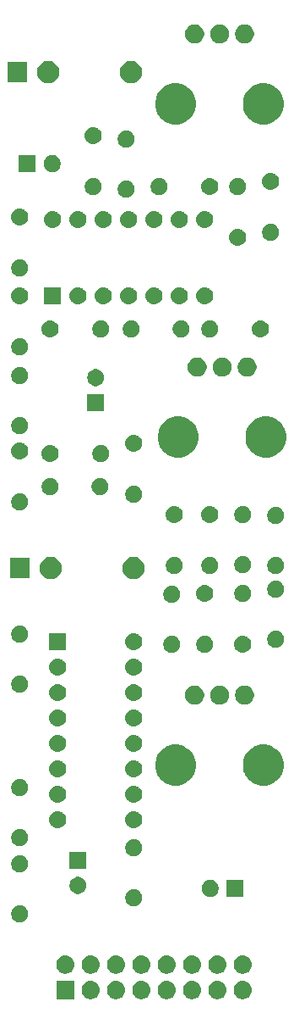
<source format=gbr>
G04 #@! TF.GenerationSoftware,KiCad,Pcbnew,(5.1.0)-1*
G04 #@! TF.CreationDate,2019-04-22T00:29:16-04:00*
G04 #@! TF.ProjectId,delay,64656c61-792e-46b6-9963-61645f706362,rev?*
G04 #@! TF.SameCoordinates,Original*
G04 #@! TF.FileFunction,Soldermask,Top*
G04 #@! TF.FilePolarity,Negative*
%FSLAX46Y46*%
G04 Gerber Fmt 4.6, Leading zero omitted, Abs format (unit mm)*
G04 Created by KiCad (PCBNEW (5.1.0)-1) date 2019-04-22 00:29:16*
%MOMM*%
%LPD*%
G04 APERTURE LIST*
%ADD10C,0.100000*%
G04 APERTURE END LIST*
D10*
G36*
X76056443Y-145409519D02*
G01*
X76122627Y-145416037D01*
X76292466Y-145467557D01*
X76448991Y-145551222D01*
X76484729Y-145580552D01*
X76586186Y-145663814D01*
X76669448Y-145765271D01*
X76698778Y-145801009D01*
X76782443Y-145957534D01*
X76833963Y-146127373D01*
X76851359Y-146304000D01*
X76833963Y-146480627D01*
X76782443Y-146650466D01*
X76698778Y-146806991D01*
X76669448Y-146842729D01*
X76586186Y-146944186D01*
X76484729Y-147027448D01*
X76448991Y-147056778D01*
X76292466Y-147140443D01*
X76122627Y-147191963D01*
X76056442Y-147198482D01*
X75990260Y-147205000D01*
X75901740Y-147205000D01*
X75835558Y-147198482D01*
X75769373Y-147191963D01*
X75599534Y-147140443D01*
X75443009Y-147056778D01*
X75407271Y-147027448D01*
X75305814Y-146944186D01*
X75222552Y-146842729D01*
X75193222Y-146806991D01*
X75109557Y-146650466D01*
X75058037Y-146480627D01*
X75040641Y-146304000D01*
X75058037Y-146127373D01*
X75109557Y-145957534D01*
X75193222Y-145801009D01*
X75222552Y-145765271D01*
X75305814Y-145663814D01*
X75407271Y-145580552D01*
X75443009Y-145551222D01*
X75599534Y-145467557D01*
X75769373Y-145416037D01*
X75835557Y-145409519D01*
X75901740Y-145403000D01*
X75990260Y-145403000D01*
X76056443Y-145409519D01*
X76056443Y-145409519D01*
G37*
G36*
X63356443Y-145409519D02*
G01*
X63422627Y-145416037D01*
X63592466Y-145467557D01*
X63748991Y-145551222D01*
X63784729Y-145580552D01*
X63886186Y-145663814D01*
X63969448Y-145765271D01*
X63998778Y-145801009D01*
X64082443Y-145957534D01*
X64133963Y-146127373D01*
X64151359Y-146304000D01*
X64133963Y-146480627D01*
X64082443Y-146650466D01*
X63998778Y-146806991D01*
X63969448Y-146842729D01*
X63886186Y-146944186D01*
X63784729Y-147027448D01*
X63748991Y-147056778D01*
X63592466Y-147140443D01*
X63422627Y-147191963D01*
X63356442Y-147198482D01*
X63290260Y-147205000D01*
X63201740Y-147205000D01*
X63135558Y-147198482D01*
X63069373Y-147191963D01*
X62899534Y-147140443D01*
X62743009Y-147056778D01*
X62707271Y-147027448D01*
X62605814Y-146944186D01*
X62522552Y-146842729D01*
X62493222Y-146806991D01*
X62409557Y-146650466D01*
X62358037Y-146480627D01*
X62340641Y-146304000D01*
X62358037Y-146127373D01*
X62409557Y-145957534D01*
X62493222Y-145801009D01*
X62522552Y-145765271D01*
X62605814Y-145663814D01*
X62707271Y-145580552D01*
X62743009Y-145551222D01*
X62899534Y-145467557D01*
X63069373Y-145416037D01*
X63135557Y-145409519D01*
X63201740Y-145403000D01*
X63290260Y-145403000D01*
X63356443Y-145409519D01*
X63356443Y-145409519D01*
G37*
G36*
X59067000Y-147205000D02*
G01*
X57265000Y-147205000D01*
X57265000Y-145403000D01*
X59067000Y-145403000D01*
X59067000Y-147205000D01*
X59067000Y-147205000D01*
G37*
G36*
X60816443Y-145409519D02*
G01*
X60882627Y-145416037D01*
X61052466Y-145467557D01*
X61208991Y-145551222D01*
X61244729Y-145580552D01*
X61346186Y-145663814D01*
X61429448Y-145765271D01*
X61458778Y-145801009D01*
X61542443Y-145957534D01*
X61593963Y-146127373D01*
X61611359Y-146304000D01*
X61593963Y-146480627D01*
X61542443Y-146650466D01*
X61458778Y-146806991D01*
X61429448Y-146842729D01*
X61346186Y-146944186D01*
X61244729Y-147027448D01*
X61208991Y-147056778D01*
X61052466Y-147140443D01*
X60882627Y-147191963D01*
X60816442Y-147198482D01*
X60750260Y-147205000D01*
X60661740Y-147205000D01*
X60595558Y-147198482D01*
X60529373Y-147191963D01*
X60359534Y-147140443D01*
X60203009Y-147056778D01*
X60167271Y-147027448D01*
X60065814Y-146944186D01*
X59982552Y-146842729D01*
X59953222Y-146806991D01*
X59869557Y-146650466D01*
X59818037Y-146480627D01*
X59800641Y-146304000D01*
X59818037Y-146127373D01*
X59869557Y-145957534D01*
X59953222Y-145801009D01*
X59982552Y-145765271D01*
X60065814Y-145663814D01*
X60167271Y-145580552D01*
X60203009Y-145551222D01*
X60359534Y-145467557D01*
X60529373Y-145416037D01*
X60595557Y-145409519D01*
X60661740Y-145403000D01*
X60750260Y-145403000D01*
X60816443Y-145409519D01*
X60816443Y-145409519D01*
G37*
G36*
X65896443Y-145409519D02*
G01*
X65962627Y-145416037D01*
X66132466Y-145467557D01*
X66288991Y-145551222D01*
X66324729Y-145580552D01*
X66426186Y-145663814D01*
X66509448Y-145765271D01*
X66538778Y-145801009D01*
X66622443Y-145957534D01*
X66673963Y-146127373D01*
X66691359Y-146304000D01*
X66673963Y-146480627D01*
X66622443Y-146650466D01*
X66538778Y-146806991D01*
X66509448Y-146842729D01*
X66426186Y-146944186D01*
X66324729Y-147027448D01*
X66288991Y-147056778D01*
X66132466Y-147140443D01*
X65962627Y-147191963D01*
X65896442Y-147198482D01*
X65830260Y-147205000D01*
X65741740Y-147205000D01*
X65675558Y-147198482D01*
X65609373Y-147191963D01*
X65439534Y-147140443D01*
X65283009Y-147056778D01*
X65247271Y-147027448D01*
X65145814Y-146944186D01*
X65062552Y-146842729D01*
X65033222Y-146806991D01*
X64949557Y-146650466D01*
X64898037Y-146480627D01*
X64880641Y-146304000D01*
X64898037Y-146127373D01*
X64949557Y-145957534D01*
X65033222Y-145801009D01*
X65062552Y-145765271D01*
X65145814Y-145663814D01*
X65247271Y-145580552D01*
X65283009Y-145551222D01*
X65439534Y-145467557D01*
X65609373Y-145416037D01*
X65675557Y-145409519D01*
X65741740Y-145403000D01*
X65830260Y-145403000D01*
X65896443Y-145409519D01*
X65896443Y-145409519D01*
G37*
G36*
X70976443Y-145409519D02*
G01*
X71042627Y-145416037D01*
X71212466Y-145467557D01*
X71368991Y-145551222D01*
X71404729Y-145580552D01*
X71506186Y-145663814D01*
X71589448Y-145765271D01*
X71618778Y-145801009D01*
X71702443Y-145957534D01*
X71753963Y-146127373D01*
X71771359Y-146304000D01*
X71753963Y-146480627D01*
X71702443Y-146650466D01*
X71618778Y-146806991D01*
X71589448Y-146842729D01*
X71506186Y-146944186D01*
X71404729Y-147027448D01*
X71368991Y-147056778D01*
X71212466Y-147140443D01*
X71042627Y-147191963D01*
X70976442Y-147198482D01*
X70910260Y-147205000D01*
X70821740Y-147205000D01*
X70755558Y-147198482D01*
X70689373Y-147191963D01*
X70519534Y-147140443D01*
X70363009Y-147056778D01*
X70327271Y-147027448D01*
X70225814Y-146944186D01*
X70142552Y-146842729D01*
X70113222Y-146806991D01*
X70029557Y-146650466D01*
X69978037Y-146480627D01*
X69960641Y-146304000D01*
X69978037Y-146127373D01*
X70029557Y-145957534D01*
X70113222Y-145801009D01*
X70142552Y-145765271D01*
X70225814Y-145663814D01*
X70327271Y-145580552D01*
X70363009Y-145551222D01*
X70519534Y-145467557D01*
X70689373Y-145416037D01*
X70755557Y-145409519D01*
X70821740Y-145403000D01*
X70910260Y-145403000D01*
X70976443Y-145409519D01*
X70976443Y-145409519D01*
G37*
G36*
X68436443Y-145409519D02*
G01*
X68502627Y-145416037D01*
X68672466Y-145467557D01*
X68828991Y-145551222D01*
X68864729Y-145580552D01*
X68966186Y-145663814D01*
X69049448Y-145765271D01*
X69078778Y-145801009D01*
X69162443Y-145957534D01*
X69213963Y-146127373D01*
X69231359Y-146304000D01*
X69213963Y-146480627D01*
X69162443Y-146650466D01*
X69078778Y-146806991D01*
X69049448Y-146842729D01*
X68966186Y-146944186D01*
X68864729Y-147027448D01*
X68828991Y-147056778D01*
X68672466Y-147140443D01*
X68502627Y-147191963D01*
X68436442Y-147198482D01*
X68370260Y-147205000D01*
X68281740Y-147205000D01*
X68215558Y-147198482D01*
X68149373Y-147191963D01*
X67979534Y-147140443D01*
X67823009Y-147056778D01*
X67787271Y-147027448D01*
X67685814Y-146944186D01*
X67602552Y-146842729D01*
X67573222Y-146806991D01*
X67489557Y-146650466D01*
X67438037Y-146480627D01*
X67420641Y-146304000D01*
X67438037Y-146127373D01*
X67489557Y-145957534D01*
X67573222Y-145801009D01*
X67602552Y-145765271D01*
X67685814Y-145663814D01*
X67787271Y-145580552D01*
X67823009Y-145551222D01*
X67979534Y-145467557D01*
X68149373Y-145416037D01*
X68215557Y-145409519D01*
X68281740Y-145403000D01*
X68370260Y-145403000D01*
X68436443Y-145409519D01*
X68436443Y-145409519D01*
G37*
G36*
X73516443Y-145409519D02*
G01*
X73582627Y-145416037D01*
X73752466Y-145467557D01*
X73908991Y-145551222D01*
X73944729Y-145580552D01*
X74046186Y-145663814D01*
X74129448Y-145765271D01*
X74158778Y-145801009D01*
X74242443Y-145957534D01*
X74293963Y-146127373D01*
X74311359Y-146304000D01*
X74293963Y-146480627D01*
X74242443Y-146650466D01*
X74158778Y-146806991D01*
X74129448Y-146842729D01*
X74046186Y-146944186D01*
X73944729Y-147027448D01*
X73908991Y-147056778D01*
X73752466Y-147140443D01*
X73582627Y-147191963D01*
X73516442Y-147198482D01*
X73450260Y-147205000D01*
X73361740Y-147205000D01*
X73295558Y-147198482D01*
X73229373Y-147191963D01*
X73059534Y-147140443D01*
X72903009Y-147056778D01*
X72867271Y-147027448D01*
X72765814Y-146944186D01*
X72682552Y-146842729D01*
X72653222Y-146806991D01*
X72569557Y-146650466D01*
X72518037Y-146480627D01*
X72500641Y-146304000D01*
X72518037Y-146127373D01*
X72569557Y-145957534D01*
X72653222Y-145801009D01*
X72682552Y-145765271D01*
X72765814Y-145663814D01*
X72867271Y-145580552D01*
X72903009Y-145551222D01*
X73059534Y-145467557D01*
X73229373Y-145416037D01*
X73295557Y-145409519D01*
X73361740Y-145403000D01*
X73450260Y-145403000D01*
X73516443Y-145409519D01*
X73516443Y-145409519D01*
G37*
G36*
X58276443Y-142869519D02*
G01*
X58342627Y-142876037D01*
X58512466Y-142927557D01*
X58668991Y-143011222D01*
X58704729Y-143040552D01*
X58806186Y-143123814D01*
X58889448Y-143225271D01*
X58918778Y-143261009D01*
X59002443Y-143417534D01*
X59053963Y-143587373D01*
X59071359Y-143764000D01*
X59053963Y-143940627D01*
X59002443Y-144110466D01*
X58918778Y-144266991D01*
X58889448Y-144302729D01*
X58806186Y-144404186D01*
X58704729Y-144487448D01*
X58668991Y-144516778D01*
X58512466Y-144600443D01*
X58342627Y-144651963D01*
X58276442Y-144658482D01*
X58210260Y-144665000D01*
X58121740Y-144665000D01*
X58055558Y-144658482D01*
X57989373Y-144651963D01*
X57819534Y-144600443D01*
X57663009Y-144516778D01*
X57627271Y-144487448D01*
X57525814Y-144404186D01*
X57442552Y-144302729D01*
X57413222Y-144266991D01*
X57329557Y-144110466D01*
X57278037Y-143940627D01*
X57260641Y-143764000D01*
X57278037Y-143587373D01*
X57329557Y-143417534D01*
X57413222Y-143261009D01*
X57442552Y-143225271D01*
X57525814Y-143123814D01*
X57627271Y-143040552D01*
X57663009Y-143011222D01*
X57819534Y-142927557D01*
X57989373Y-142876037D01*
X58055557Y-142869519D01*
X58121740Y-142863000D01*
X58210260Y-142863000D01*
X58276443Y-142869519D01*
X58276443Y-142869519D01*
G37*
G36*
X60816443Y-142869519D02*
G01*
X60882627Y-142876037D01*
X61052466Y-142927557D01*
X61208991Y-143011222D01*
X61244729Y-143040552D01*
X61346186Y-143123814D01*
X61429448Y-143225271D01*
X61458778Y-143261009D01*
X61542443Y-143417534D01*
X61593963Y-143587373D01*
X61611359Y-143764000D01*
X61593963Y-143940627D01*
X61542443Y-144110466D01*
X61458778Y-144266991D01*
X61429448Y-144302729D01*
X61346186Y-144404186D01*
X61244729Y-144487448D01*
X61208991Y-144516778D01*
X61052466Y-144600443D01*
X60882627Y-144651963D01*
X60816442Y-144658482D01*
X60750260Y-144665000D01*
X60661740Y-144665000D01*
X60595558Y-144658482D01*
X60529373Y-144651963D01*
X60359534Y-144600443D01*
X60203009Y-144516778D01*
X60167271Y-144487448D01*
X60065814Y-144404186D01*
X59982552Y-144302729D01*
X59953222Y-144266991D01*
X59869557Y-144110466D01*
X59818037Y-143940627D01*
X59800641Y-143764000D01*
X59818037Y-143587373D01*
X59869557Y-143417534D01*
X59953222Y-143261009D01*
X59982552Y-143225271D01*
X60065814Y-143123814D01*
X60167271Y-143040552D01*
X60203009Y-143011222D01*
X60359534Y-142927557D01*
X60529373Y-142876037D01*
X60595557Y-142869519D01*
X60661740Y-142863000D01*
X60750260Y-142863000D01*
X60816443Y-142869519D01*
X60816443Y-142869519D01*
G37*
G36*
X76056443Y-142869519D02*
G01*
X76122627Y-142876037D01*
X76292466Y-142927557D01*
X76448991Y-143011222D01*
X76484729Y-143040552D01*
X76586186Y-143123814D01*
X76669448Y-143225271D01*
X76698778Y-143261009D01*
X76782443Y-143417534D01*
X76833963Y-143587373D01*
X76851359Y-143764000D01*
X76833963Y-143940627D01*
X76782443Y-144110466D01*
X76698778Y-144266991D01*
X76669448Y-144302729D01*
X76586186Y-144404186D01*
X76484729Y-144487448D01*
X76448991Y-144516778D01*
X76292466Y-144600443D01*
X76122627Y-144651963D01*
X76056442Y-144658482D01*
X75990260Y-144665000D01*
X75901740Y-144665000D01*
X75835558Y-144658482D01*
X75769373Y-144651963D01*
X75599534Y-144600443D01*
X75443009Y-144516778D01*
X75407271Y-144487448D01*
X75305814Y-144404186D01*
X75222552Y-144302729D01*
X75193222Y-144266991D01*
X75109557Y-144110466D01*
X75058037Y-143940627D01*
X75040641Y-143764000D01*
X75058037Y-143587373D01*
X75109557Y-143417534D01*
X75193222Y-143261009D01*
X75222552Y-143225271D01*
X75305814Y-143123814D01*
X75407271Y-143040552D01*
X75443009Y-143011222D01*
X75599534Y-142927557D01*
X75769373Y-142876037D01*
X75835557Y-142869519D01*
X75901740Y-142863000D01*
X75990260Y-142863000D01*
X76056443Y-142869519D01*
X76056443Y-142869519D01*
G37*
G36*
X63356443Y-142869519D02*
G01*
X63422627Y-142876037D01*
X63592466Y-142927557D01*
X63748991Y-143011222D01*
X63784729Y-143040552D01*
X63886186Y-143123814D01*
X63969448Y-143225271D01*
X63998778Y-143261009D01*
X64082443Y-143417534D01*
X64133963Y-143587373D01*
X64151359Y-143764000D01*
X64133963Y-143940627D01*
X64082443Y-144110466D01*
X63998778Y-144266991D01*
X63969448Y-144302729D01*
X63886186Y-144404186D01*
X63784729Y-144487448D01*
X63748991Y-144516778D01*
X63592466Y-144600443D01*
X63422627Y-144651963D01*
X63356442Y-144658482D01*
X63290260Y-144665000D01*
X63201740Y-144665000D01*
X63135558Y-144658482D01*
X63069373Y-144651963D01*
X62899534Y-144600443D01*
X62743009Y-144516778D01*
X62707271Y-144487448D01*
X62605814Y-144404186D01*
X62522552Y-144302729D01*
X62493222Y-144266991D01*
X62409557Y-144110466D01*
X62358037Y-143940627D01*
X62340641Y-143764000D01*
X62358037Y-143587373D01*
X62409557Y-143417534D01*
X62493222Y-143261009D01*
X62522552Y-143225271D01*
X62605814Y-143123814D01*
X62707271Y-143040552D01*
X62743009Y-143011222D01*
X62899534Y-142927557D01*
X63069373Y-142876037D01*
X63135557Y-142869519D01*
X63201740Y-142863000D01*
X63290260Y-142863000D01*
X63356443Y-142869519D01*
X63356443Y-142869519D01*
G37*
G36*
X65896443Y-142869519D02*
G01*
X65962627Y-142876037D01*
X66132466Y-142927557D01*
X66288991Y-143011222D01*
X66324729Y-143040552D01*
X66426186Y-143123814D01*
X66509448Y-143225271D01*
X66538778Y-143261009D01*
X66622443Y-143417534D01*
X66673963Y-143587373D01*
X66691359Y-143764000D01*
X66673963Y-143940627D01*
X66622443Y-144110466D01*
X66538778Y-144266991D01*
X66509448Y-144302729D01*
X66426186Y-144404186D01*
X66324729Y-144487448D01*
X66288991Y-144516778D01*
X66132466Y-144600443D01*
X65962627Y-144651963D01*
X65896442Y-144658482D01*
X65830260Y-144665000D01*
X65741740Y-144665000D01*
X65675558Y-144658482D01*
X65609373Y-144651963D01*
X65439534Y-144600443D01*
X65283009Y-144516778D01*
X65247271Y-144487448D01*
X65145814Y-144404186D01*
X65062552Y-144302729D01*
X65033222Y-144266991D01*
X64949557Y-144110466D01*
X64898037Y-143940627D01*
X64880641Y-143764000D01*
X64898037Y-143587373D01*
X64949557Y-143417534D01*
X65033222Y-143261009D01*
X65062552Y-143225271D01*
X65145814Y-143123814D01*
X65247271Y-143040552D01*
X65283009Y-143011222D01*
X65439534Y-142927557D01*
X65609373Y-142876037D01*
X65675557Y-142869519D01*
X65741740Y-142863000D01*
X65830260Y-142863000D01*
X65896443Y-142869519D01*
X65896443Y-142869519D01*
G37*
G36*
X68436443Y-142869519D02*
G01*
X68502627Y-142876037D01*
X68672466Y-142927557D01*
X68828991Y-143011222D01*
X68864729Y-143040552D01*
X68966186Y-143123814D01*
X69049448Y-143225271D01*
X69078778Y-143261009D01*
X69162443Y-143417534D01*
X69213963Y-143587373D01*
X69231359Y-143764000D01*
X69213963Y-143940627D01*
X69162443Y-144110466D01*
X69078778Y-144266991D01*
X69049448Y-144302729D01*
X68966186Y-144404186D01*
X68864729Y-144487448D01*
X68828991Y-144516778D01*
X68672466Y-144600443D01*
X68502627Y-144651963D01*
X68436442Y-144658482D01*
X68370260Y-144665000D01*
X68281740Y-144665000D01*
X68215558Y-144658482D01*
X68149373Y-144651963D01*
X67979534Y-144600443D01*
X67823009Y-144516778D01*
X67787271Y-144487448D01*
X67685814Y-144404186D01*
X67602552Y-144302729D01*
X67573222Y-144266991D01*
X67489557Y-144110466D01*
X67438037Y-143940627D01*
X67420641Y-143764000D01*
X67438037Y-143587373D01*
X67489557Y-143417534D01*
X67573222Y-143261009D01*
X67602552Y-143225271D01*
X67685814Y-143123814D01*
X67787271Y-143040552D01*
X67823009Y-143011222D01*
X67979534Y-142927557D01*
X68149373Y-142876037D01*
X68215557Y-142869519D01*
X68281740Y-142863000D01*
X68370260Y-142863000D01*
X68436443Y-142869519D01*
X68436443Y-142869519D01*
G37*
G36*
X70976443Y-142869519D02*
G01*
X71042627Y-142876037D01*
X71212466Y-142927557D01*
X71368991Y-143011222D01*
X71404729Y-143040552D01*
X71506186Y-143123814D01*
X71589448Y-143225271D01*
X71618778Y-143261009D01*
X71702443Y-143417534D01*
X71753963Y-143587373D01*
X71771359Y-143764000D01*
X71753963Y-143940627D01*
X71702443Y-144110466D01*
X71618778Y-144266991D01*
X71589448Y-144302729D01*
X71506186Y-144404186D01*
X71404729Y-144487448D01*
X71368991Y-144516778D01*
X71212466Y-144600443D01*
X71042627Y-144651963D01*
X70976442Y-144658482D01*
X70910260Y-144665000D01*
X70821740Y-144665000D01*
X70755558Y-144658482D01*
X70689373Y-144651963D01*
X70519534Y-144600443D01*
X70363009Y-144516778D01*
X70327271Y-144487448D01*
X70225814Y-144404186D01*
X70142552Y-144302729D01*
X70113222Y-144266991D01*
X70029557Y-144110466D01*
X69978037Y-143940627D01*
X69960641Y-143764000D01*
X69978037Y-143587373D01*
X70029557Y-143417534D01*
X70113222Y-143261009D01*
X70142552Y-143225271D01*
X70225814Y-143123814D01*
X70327271Y-143040552D01*
X70363009Y-143011222D01*
X70519534Y-142927557D01*
X70689373Y-142876037D01*
X70755557Y-142869519D01*
X70821740Y-142863000D01*
X70910260Y-142863000D01*
X70976443Y-142869519D01*
X70976443Y-142869519D01*
G37*
G36*
X73516443Y-142869519D02*
G01*
X73582627Y-142876037D01*
X73752466Y-142927557D01*
X73908991Y-143011222D01*
X73944729Y-143040552D01*
X74046186Y-143123814D01*
X74129448Y-143225271D01*
X74158778Y-143261009D01*
X74242443Y-143417534D01*
X74293963Y-143587373D01*
X74311359Y-143764000D01*
X74293963Y-143940627D01*
X74242443Y-144110466D01*
X74158778Y-144266991D01*
X74129448Y-144302729D01*
X74046186Y-144404186D01*
X73944729Y-144487448D01*
X73908991Y-144516778D01*
X73752466Y-144600443D01*
X73582627Y-144651963D01*
X73516442Y-144658482D01*
X73450260Y-144665000D01*
X73361740Y-144665000D01*
X73295558Y-144658482D01*
X73229373Y-144651963D01*
X73059534Y-144600443D01*
X72903009Y-144516778D01*
X72867271Y-144487448D01*
X72765814Y-144404186D01*
X72682552Y-144302729D01*
X72653222Y-144266991D01*
X72569557Y-144110466D01*
X72518037Y-143940627D01*
X72500641Y-143764000D01*
X72518037Y-143587373D01*
X72569557Y-143417534D01*
X72653222Y-143261009D01*
X72682552Y-143225271D01*
X72765814Y-143123814D01*
X72867271Y-143040552D01*
X72903009Y-143011222D01*
X73059534Y-142927557D01*
X73229373Y-142876037D01*
X73295557Y-142869519D01*
X73361740Y-142863000D01*
X73450260Y-142863000D01*
X73516443Y-142869519D01*
X73516443Y-142869519D01*
G37*
G36*
X53842228Y-137865703D02*
G01*
X53997100Y-137929853D01*
X54136481Y-138022985D01*
X54255015Y-138141519D01*
X54348147Y-138280900D01*
X54412297Y-138435772D01*
X54445000Y-138600184D01*
X54445000Y-138767816D01*
X54412297Y-138932228D01*
X54348147Y-139087100D01*
X54255015Y-139226481D01*
X54136481Y-139345015D01*
X53997100Y-139438147D01*
X53842228Y-139502297D01*
X53677816Y-139535000D01*
X53510184Y-139535000D01*
X53345772Y-139502297D01*
X53190900Y-139438147D01*
X53051519Y-139345015D01*
X52932985Y-139226481D01*
X52839853Y-139087100D01*
X52775703Y-138932228D01*
X52743000Y-138767816D01*
X52743000Y-138600184D01*
X52775703Y-138435772D01*
X52839853Y-138280900D01*
X52932985Y-138141519D01*
X53051519Y-138022985D01*
X53190900Y-137929853D01*
X53345772Y-137865703D01*
X53510184Y-137833000D01*
X53677816Y-137833000D01*
X53842228Y-137865703D01*
X53842228Y-137865703D01*
G37*
G36*
X65272228Y-136261703D02*
G01*
X65427100Y-136325853D01*
X65566481Y-136418985D01*
X65685015Y-136537519D01*
X65778147Y-136676900D01*
X65842297Y-136831772D01*
X65875000Y-136996184D01*
X65875000Y-137163816D01*
X65842297Y-137328228D01*
X65778147Y-137483100D01*
X65685015Y-137622481D01*
X65566481Y-137741015D01*
X65427100Y-137834147D01*
X65272228Y-137898297D01*
X65107816Y-137931000D01*
X64940184Y-137931000D01*
X64775772Y-137898297D01*
X64620900Y-137834147D01*
X64481519Y-137741015D01*
X64362985Y-137622481D01*
X64269853Y-137483100D01*
X64205703Y-137328228D01*
X64173000Y-137163816D01*
X64173000Y-136996184D01*
X64205703Y-136831772D01*
X64269853Y-136676900D01*
X64362985Y-136537519D01*
X64481519Y-136418985D01*
X64620900Y-136325853D01*
X64775772Y-136261703D01*
X64940184Y-136229000D01*
X65107816Y-136229000D01*
X65272228Y-136261703D01*
X65272228Y-136261703D01*
G37*
G36*
X72932228Y-135325703D02*
G01*
X73087100Y-135389853D01*
X73226481Y-135482985D01*
X73345015Y-135601519D01*
X73438147Y-135740900D01*
X73502297Y-135895772D01*
X73535000Y-136060184D01*
X73535000Y-136227816D01*
X73502297Y-136392228D01*
X73438147Y-136547100D01*
X73345015Y-136686481D01*
X73226481Y-136805015D01*
X73087100Y-136898147D01*
X72932228Y-136962297D01*
X72767816Y-136995000D01*
X72600184Y-136995000D01*
X72435772Y-136962297D01*
X72280900Y-136898147D01*
X72141519Y-136805015D01*
X72022985Y-136686481D01*
X71929853Y-136547100D01*
X71865703Y-136392228D01*
X71833000Y-136227816D01*
X71833000Y-136060184D01*
X71865703Y-135895772D01*
X71929853Y-135740900D01*
X72022985Y-135601519D01*
X72141519Y-135482985D01*
X72280900Y-135389853D01*
X72435772Y-135325703D01*
X72600184Y-135293000D01*
X72767816Y-135293000D01*
X72932228Y-135325703D01*
X72932228Y-135325703D01*
G37*
G36*
X76035000Y-136995000D02*
G01*
X74333000Y-136995000D01*
X74333000Y-135293000D01*
X76035000Y-135293000D01*
X76035000Y-136995000D01*
X76035000Y-136995000D01*
G37*
G36*
X59684228Y-135031703D02*
G01*
X59839100Y-135095853D01*
X59978481Y-135188985D01*
X60097015Y-135307519D01*
X60190147Y-135446900D01*
X60254297Y-135601772D01*
X60287000Y-135766184D01*
X60287000Y-135933816D01*
X60254297Y-136098228D01*
X60190147Y-136253100D01*
X60097015Y-136392481D01*
X59978481Y-136511015D01*
X59839100Y-136604147D01*
X59684228Y-136668297D01*
X59519816Y-136701000D01*
X59352184Y-136701000D01*
X59187772Y-136668297D01*
X59032900Y-136604147D01*
X58893519Y-136511015D01*
X58774985Y-136392481D01*
X58681853Y-136253100D01*
X58617703Y-136098228D01*
X58585000Y-135933816D01*
X58585000Y-135766184D01*
X58617703Y-135601772D01*
X58681853Y-135446900D01*
X58774985Y-135307519D01*
X58893519Y-135188985D01*
X59032900Y-135095853D01*
X59187772Y-135031703D01*
X59352184Y-134999000D01*
X59519816Y-134999000D01*
X59684228Y-135031703D01*
X59684228Y-135031703D01*
G37*
G36*
X53842228Y-132865703D02*
G01*
X53997100Y-132929853D01*
X54136481Y-133022985D01*
X54255015Y-133141519D01*
X54348147Y-133280900D01*
X54412297Y-133435772D01*
X54445000Y-133600184D01*
X54445000Y-133767816D01*
X54412297Y-133932228D01*
X54348147Y-134087100D01*
X54255015Y-134226481D01*
X54136481Y-134345015D01*
X53997100Y-134438147D01*
X53842228Y-134502297D01*
X53677816Y-134535000D01*
X53510184Y-134535000D01*
X53345772Y-134502297D01*
X53190900Y-134438147D01*
X53051519Y-134345015D01*
X52932985Y-134226481D01*
X52839853Y-134087100D01*
X52775703Y-133932228D01*
X52743000Y-133767816D01*
X52743000Y-133600184D01*
X52775703Y-133435772D01*
X52839853Y-133280900D01*
X52932985Y-133141519D01*
X53051519Y-133022985D01*
X53190900Y-132929853D01*
X53345772Y-132865703D01*
X53510184Y-132833000D01*
X53677816Y-132833000D01*
X53842228Y-132865703D01*
X53842228Y-132865703D01*
G37*
G36*
X60287000Y-134201000D02*
G01*
X58585000Y-134201000D01*
X58585000Y-132499000D01*
X60287000Y-132499000D01*
X60287000Y-134201000D01*
X60287000Y-134201000D01*
G37*
G36*
X65272228Y-131261703D02*
G01*
X65427100Y-131325853D01*
X65566481Y-131418985D01*
X65685015Y-131537519D01*
X65778147Y-131676900D01*
X65842297Y-131831772D01*
X65875000Y-131996184D01*
X65875000Y-132163816D01*
X65842297Y-132328228D01*
X65778147Y-132483100D01*
X65685015Y-132622481D01*
X65566481Y-132741015D01*
X65427100Y-132834147D01*
X65272228Y-132898297D01*
X65107816Y-132931000D01*
X64940184Y-132931000D01*
X64775772Y-132898297D01*
X64620900Y-132834147D01*
X64481519Y-132741015D01*
X64362985Y-132622481D01*
X64269853Y-132483100D01*
X64205703Y-132328228D01*
X64173000Y-132163816D01*
X64173000Y-131996184D01*
X64205703Y-131831772D01*
X64269853Y-131676900D01*
X64362985Y-131537519D01*
X64481519Y-131418985D01*
X64620900Y-131325853D01*
X64775772Y-131261703D01*
X64940184Y-131229000D01*
X65107816Y-131229000D01*
X65272228Y-131261703D01*
X65272228Y-131261703D01*
G37*
G36*
X53842228Y-130245703D02*
G01*
X53997100Y-130309853D01*
X54136481Y-130402985D01*
X54255015Y-130521519D01*
X54348147Y-130660900D01*
X54412297Y-130815772D01*
X54445000Y-130980184D01*
X54445000Y-131147816D01*
X54412297Y-131312228D01*
X54348147Y-131467100D01*
X54255015Y-131606481D01*
X54136481Y-131725015D01*
X53997100Y-131818147D01*
X53842228Y-131882297D01*
X53677816Y-131915000D01*
X53510184Y-131915000D01*
X53345772Y-131882297D01*
X53190900Y-131818147D01*
X53051519Y-131725015D01*
X52932985Y-131606481D01*
X52839853Y-131467100D01*
X52775703Y-131312228D01*
X52743000Y-131147816D01*
X52743000Y-130980184D01*
X52775703Y-130815772D01*
X52839853Y-130660900D01*
X52932985Y-130521519D01*
X53051519Y-130402985D01*
X53190900Y-130309853D01*
X53345772Y-130245703D01*
X53510184Y-130213000D01*
X53677816Y-130213000D01*
X53842228Y-130245703D01*
X53842228Y-130245703D01*
G37*
G36*
X57570823Y-128447313D02*
G01*
X57731242Y-128495976D01*
X57863906Y-128566886D01*
X57879078Y-128574996D01*
X58008659Y-128681341D01*
X58115004Y-128810922D01*
X58115005Y-128810924D01*
X58194024Y-128958758D01*
X58242687Y-129119177D01*
X58259117Y-129286000D01*
X58242687Y-129452823D01*
X58194024Y-129613242D01*
X58123114Y-129745906D01*
X58115004Y-129761078D01*
X58008659Y-129890659D01*
X57879078Y-129997004D01*
X57879076Y-129997005D01*
X57731242Y-130076024D01*
X57570823Y-130124687D01*
X57445804Y-130137000D01*
X57362196Y-130137000D01*
X57237177Y-130124687D01*
X57076758Y-130076024D01*
X56928924Y-129997005D01*
X56928922Y-129997004D01*
X56799341Y-129890659D01*
X56692996Y-129761078D01*
X56684886Y-129745906D01*
X56613976Y-129613242D01*
X56565313Y-129452823D01*
X56548883Y-129286000D01*
X56565313Y-129119177D01*
X56613976Y-128958758D01*
X56692995Y-128810924D01*
X56692996Y-128810922D01*
X56799341Y-128681341D01*
X56928922Y-128574996D01*
X56944094Y-128566886D01*
X57076758Y-128495976D01*
X57237177Y-128447313D01*
X57362196Y-128435000D01*
X57445804Y-128435000D01*
X57570823Y-128447313D01*
X57570823Y-128447313D01*
G37*
G36*
X65190823Y-128447313D02*
G01*
X65351242Y-128495976D01*
X65483906Y-128566886D01*
X65499078Y-128574996D01*
X65628659Y-128681341D01*
X65735004Y-128810922D01*
X65735005Y-128810924D01*
X65814024Y-128958758D01*
X65862687Y-129119177D01*
X65879117Y-129286000D01*
X65862687Y-129452823D01*
X65814024Y-129613242D01*
X65743114Y-129745906D01*
X65735004Y-129761078D01*
X65628659Y-129890659D01*
X65499078Y-129997004D01*
X65499076Y-129997005D01*
X65351242Y-130076024D01*
X65190823Y-130124687D01*
X65065804Y-130137000D01*
X64982196Y-130137000D01*
X64857177Y-130124687D01*
X64696758Y-130076024D01*
X64548924Y-129997005D01*
X64548922Y-129997004D01*
X64419341Y-129890659D01*
X64312996Y-129761078D01*
X64304886Y-129745906D01*
X64233976Y-129613242D01*
X64185313Y-129452823D01*
X64168883Y-129286000D01*
X64185313Y-129119177D01*
X64233976Y-128958758D01*
X64312995Y-128810924D01*
X64312996Y-128810922D01*
X64419341Y-128681341D01*
X64548922Y-128574996D01*
X64564094Y-128566886D01*
X64696758Y-128495976D01*
X64857177Y-128447313D01*
X64982196Y-128435000D01*
X65065804Y-128435000D01*
X65190823Y-128447313D01*
X65190823Y-128447313D01*
G37*
G36*
X65190823Y-125907313D02*
G01*
X65351242Y-125955976D01*
X65483906Y-126026886D01*
X65499078Y-126034996D01*
X65628659Y-126141341D01*
X65735004Y-126270922D01*
X65735005Y-126270924D01*
X65814024Y-126418758D01*
X65862687Y-126579177D01*
X65879117Y-126746000D01*
X65862687Y-126912823D01*
X65814024Y-127073242D01*
X65743114Y-127205906D01*
X65735004Y-127221078D01*
X65628659Y-127350659D01*
X65499078Y-127457004D01*
X65499076Y-127457005D01*
X65351242Y-127536024D01*
X65190823Y-127584687D01*
X65065804Y-127597000D01*
X64982196Y-127597000D01*
X64857177Y-127584687D01*
X64696758Y-127536024D01*
X64548924Y-127457005D01*
X64548922Y-127457004D01*
X64419341Y-127350659D01*
X64312996Y-127221078D01*
X64304886Y-127205906D01*
X64233976Y-127073242D01*
X64185313Y-126912823D01*
X64168883Y-126746000D01*
X64185313Y-126579177D01*
X64233976Y-126418758D01*
X64312995Y-126270924D01*
X64312996Y-126270922D01*
X64419341Y-126141341D01*
X64548922Y-126034996D01*
X64564094Y-126026886D01*
X64696758Y-125955976D01*
X64857177Y-125907313D01*
X64982196Y-125895000D01*
X65065804Y-125895000D01*
X65190823Y-125907313D01*
X65190823Y-125907313D01*
G37*
G36*
X57570823Y-125907313D02*
G01*
X57731242Y-125955976D01*
X57863906Y-126026886D01*
X57879078Y-126034996D01*
X58008659Y-126141341D01*
X58115004Y-126270922D01*
X58115005Y-126270924D01*
X58194024Y-126418758D01*
X58242687Y-126579177D01*
X58259117Y-126746000D01*
X58242687Y-126912823D01*
X58194024Y-127073242D01*
X58123114Y-127205906D01*
X58115004Y-127221078D01*
X58008659Y-127350659D01*
X57879078Y-127457004D01*
X57879076Y-127457005D01*
X57731242Y-127536024D01*
X57570823Y-127584687D01*
X57445804Y-127597000D01*
X57362196Y-127597000D01*
X57237177Y-127584687D01*
X57076758Y-127536024D01*
X56928924Y-127457005D01*
X56928922Y-127457004D01*
X56799341Y-127350659D01*
X56692996Y-127221078D01*
X56684886Y-127205906D01*
X56613976Y-127073242D01*
X56565313Y-126912823D01*
X56548883Y-126746000D01*
X56565313Y-126579177D01*
X56613976Y-126418758D01*
X56692995Y-126270924D01*
X56692996Y-126270922D01*
X56799341Y-126141341D01*
X56928922Y-126034996D01*
X56944094Y-126026886D01*
X57076758Y-125955976D01*
X57237177Y-125907313D01*
X57362196Y-125895000D01*
X57445804Y-125895000D01*
X57570823Y-125907313D01*
X57570823Y-125907313D01*
G37*
G36*
X53842228Y-125245703D02*
G01*
X53997100Y-125309853D01*
X54136481Y-125402985D01*
X54255015Y-125521519D01*
X54348147Y-125660900D01*
X54412297Y-125815772D01*
X54445000Y-125980184D01*
X54445000Y-126147816D01*
X54412297Y-126312228D01*
X54348147Y-126467100D01*
X54255015Y-126606481D01*
X54136481Y-126725015D01*
X53997100Y-126818147D01*
X53842228Y-126882297D01*
X53677816Y-126915000D01*
X53510184Y-126915000D01*
X53345772Y-126882297D01*
X53190900Y-126818147D01*
X53051519Y-126725015D01*
X52932985Y-126606481D01*
X52839853Y-126467100D01*
X52775703Y-126312228D01*
X52743000Y-126147816D01*
X52743000Y-125980184D01*
X52775703Y-125815772D01*
X52839853Y-125660900D01*
X52932985Y-125521519D01*
X53051519Y-125402985D01*
X53190900Y-125309853D01*
X53345772Y-125245703D01*
X53510184Y-125213000D01*
X53677816Y-125213000D01*
X53842228Y-125245703D01*
X53842228Y-125245703D01*
G37*
G36*
X69818254Y-121867818D02*
G01*
X70191511Y-122022426D01*
X70191513Y-122022427D01*
X70369083Y-122141076D01*
X70527436Y-122246884D01*
X70813116Y-122532564D01*
X71037574Y-122868489D01*
X71192182Y-123241746D01*
X71271000Y-123637993D01*
X71271000Y-124042007D01*
X71192182Y-124438254D01*
X71091602Y-124681076D01*
X71037573Y-124811513D01*
X70813116Y-125147436D01*
X70527436Y-125433116D01*
X70191513Y-125657573D01*
X70191512Y-125657574D01*
X70191511Y-125657574D01*
X69818254Y-125812182D01*
X69422007Y-125891000D01*
X69017993Y-125891000D01*
X68621746Y-125812182D01*
X68248489Y-125657574D01*
X68248488Y-125657574D01*
X68248487Y-125657573D01*
X67912564Y-125433116D01*
X67626884Y-125147436D01*
X67402427Y-124811513D01*
X67348398Y-124681076D01*
X67247818Y-124438254D01*
X67169000Y-124042007D01*
X67169000Y-123637993D01*
X67247818Y-123241746D01*
X67402426Y-122868489D01*
X67626884Y-122532564D01*
X67912564Y-122246884D01*
X68070917Y-122141076D01*
X68248487Y-122022427D01*
X68248489Y-122022426D01*
X68621746Y-121867818D01*
X69017993Y-121789000D01*
X69422007Y-121789000D01*
X69818254Y-121867818D01*
X69818254Y-121867818D01*
G37*
G36*
X78618254Y-121867818D02*
G01*
X78991511Y-122022426D01*
X78991513Y-122022427D01*
X79169083Y-122141076D01*
X79327436Y-122246884D01*
X79613116Y-122532564D01*
X79837574Y-122868489D01*
X79992182Y-123241746D01*
X80071000Y-123637993D01*
X80071000Y-124042007D01*
X79992182Y-124438254D01*
X79891602Y-124681076D01*
X79837573Y-124811513D01*
X79613116Y-125147436D01*
X79327436Y-125433116D01*
X78991513Y-125657573D01*
X78991512Y-125657574D01*
X78991511Y-125657574D01*
X78618254Y-125812182D01*
X78222007Y-125891000D01*
X77817993Y-125891000D01*
X77421746Y-125812182D01*
X77048489Y-125657574D01*
X77048488Y-125657574D01*
X77048487Y-125657573D01*
X76712564Y-125433116D01*
X76426884Y-125147436D01*
X76202427Y-124811513D01*
X76148398Y-124681076D01*
X76047818Y-124438254D01*
X75969000Y-124042007D01*
X75969000Y-123637993D01*
X76047818Y-123241746D01*
X76202426Y-122868489D01*
X76426884Y-122532564D01*
X76712564Y-122246884D01*
X76870917Y-122141076D01*
X77048487Y-122022427D01*
X77048489Y-122022426D01*
X77421746Y-121867818D01*
X77817993Y-121789000D01*
X78222007Y-121789000D01*
X78618254Y-121867818D01*
X78618254Y-121867818D01*
G37*
G36*
X65190823Y-123367313D02*
G01*
X65351242Y-123415976D01*
X65483906Y-123486886D01*
X65499078Y-123494996D01*
X65628659Y-123601341D01*
X65735004Y-123730922D01*
X65735005Y-123730924D01*
X65814024Y-123878758D01*
X65862687Y-124039177D01*
X65879117Y-124206000D01*
X65862687Y-124372823D01*
X65814024Y-124533242D01*
X65743114Y-124665906D01*
X65735004Y-124681078D01*
X65628659Y-124810659D01*
X65499078Y-124917004D01*
X65499076Y-124917005D01*
X65351242Y-124996024D01*
X65190823Y-125044687D01*
X65065804Y-125057000D01*
X64982196Y-125057000D01*
X64857177Y-125044687D01*
X64696758Y-124996024D01*
X64548924Y-124917005D01*
X64548922Y-124917004D01*
X64419341Y-124810659D01*
X64312996Y-124681078D01*
X64304886Y-124665906D01*
X64233976Y-124533242D01*
X64185313Y-124372823D01*
X64168883Y-124206000D01*
X64185313Y-124039177D01*
X64233976Y-123878758D01*
X64312995Y-123730924D01*
X64312996Y-123730922D01*
X64419341Y-123601341D01*
X64548922Y-123494996D01*
X64564094Y-123486886D01*
X64696758Y-123415976D01*
X64857177Y-123367313D01*
X64982196Y-123355000D01*
X65065804Y-123355000D01*
X65190823Y-123367313D01*
X65190823Y-123367313D01*
G37*
G36*
X57570823Y-123367313D02*
G01*
X57731242Y-123415976D01*
X57863906Y-123486886D01*
X57879078Y-123494996D01*
X58008659Y-123601341D01*
X58115004Y-123730922D01*
X58115005Y-123730924D01*
X58194024Y-123878758D01*
X58242687Y-124039177D01*
X58259117Y-124206000D01*
X58242687Y-124372823D01*
X58194024Y-124533242D01*
X58123114Y-124665906D01*
X58115004Y-124681078D01*
X58008659Y-124810659D01*
X57879078Y-124917004D01*
X57879076Y-124917005D01*
X57731242Y-124996024D01*
X57570823Y-125044687D01*
X57445804Y-125057000D01*
X57362196Y-125057000D01*
X57237177Y-125044687D01*
X57076758Y-124996024D01*
X56928924Y-124917005D01*
X56928922Y-124917004D01*
X56799341Y-124810659D01*
X56692996Y-124681078D01*
X56684886Y-124665906D01*
X56613976Y-124533242D01*
X56565313Y-124372823D01*
X56548883Y-124206000D01*
X56565313Y-124039177D01*
X56613976Y-123878758D01*
X56692995Y-123730924D01*
X56692996Y-123730922D01*
X56799341Y-123601341D01*
X56928922Y-123494996D01*
X56944094Y-123486886D01*
X57076758Y-123415976D01*
X57237177Y-123367313D01*
X57362196Y-123355000D01*
X57445804Y-123355000D01*
X57570823Y-123367313D01*
X57570823Y-123367313D01*
G37*
G36*
X57570823Y-120827313D02*
G01*
X57731242Y-120875976D01*
X57863906Y-120946886D01*
X57879078Y-120954996D01*
X58008659Y-121061341D01*
X58115004Y-121190922D01*
X58115005Y-121190924D01*
X58194024Y-121338758D01*
X58242687Y-121499177D01*
X58259117Y-121666000D01*
X58242687Y-121832823D01*
X58194024Y-121993242D01*
X58178424Y-122022427D01*
X58115004Y-122141078D01*
X58008659Y-122270659D01*
X57879078Y-122377004D01*
X57879076Y-122377005D01*
X57731242Y-122456024D01*
X57570823Y-122504687D01*
X57445804Y-122517000D01*
X57362196Y-122517000D01*
X57237177Y-122504687D01*
X57076758Y-122456024D01*
X56928924Y-122377005D01*
X56928922Y-122377004D01*
X56799341Y-122270659D01*
X56692996Y-122141078D01*
X56629576Y-122022427D01*
X56613976Y-121993242D01*
X56565313Y-121832823D01*
X56548883Y-121666000D01*
X56565313Y-121499177D01*
X56613976Y-121338758D01*
X56692995Y-121190924D01*
X56692996Y-121190922D01*
X56799341Y-121061341D01*
X56928922Y-120954996D01*
X56944094Y-120946886D01*
X57076758Y-120875976D01*
X57237177Y-120827313D01*
X57362196Y-120815000D01*
X57445804Y-120815000D01*
X57570823Y-120827313D01*
X57570823Y-120827313D01*
G37*
G36*
X65190823Y-120827313D02*
G01*
X65351242Y-120875976D01*
X65483906Y-120946886D01*
X65499078Y-120954996D01*
X65628659Y-121061341D01*
X65735004Y-121190922D01*
X65735005Y-121190924D01*
X65814024Y-121338758D01*
X65862687Y-121499177D01*
X65879117Y-121666000D01*
X65862687Y-121832823D01*
X65814024Y-121993242D01*
X65798424Y-122022427D01*
X65735004Y-122141078D01*
X65628659Y-122270659D01*
X65499078Y-122377004D01*
X65499076Y-122377005D01*
X65351242Y-122456024D01*
X65190823Y-122504687D01*
X65065804Y-122517000D01*
X64982196Y-122517000D01*
X64857177Y-122504687D01*
X64696758Y-122456024D01*
X64548924Y-122377005D01*
X64548922Y-122377004D01*
X64419341Y-122270659D01*
X64312996Y-122141078D01*
X64249576Y-122022427D01*
X64233976Y-121993242D01*
X64185313Y-121832823D01*
X64168883Y-121666000D01*
X64185313Y-121499177D01*
X64233976Y-121338758D01*
X64312995Y-121190924D01*
X64312996Y-121190922D01*
X64419341Y-121061341D01*
X64548922Y-120954996D01*
X64564094Y-120946886D01*
X64696758Y-120875976D01*
X64857177Y-120827313D01*
X64982196Y-120815000D01*
X65065804Y-120815000D01*
X65190823Y-120827313D01*
X65190823Y-120827313D01*
G37*
G36*
X57570823Y-118287313D02*
G01*
X57731242Y-118335976D01*
X57863906Y-118406886D01*
X57879078Y-118414996D01*
X58008659Y-118521341D01*
X58115004Y-118650922D01*
X58115005Y-118650924D01*
X58194024Y-118798758D01*
X58242687Y-118959177D01*
X58259117Y-119126000D01*
X58242687Y-119292823D01*
X58194024Y-119453242D01*
X58123114Y-119585906D01*
X58115004Y-119601078D01*
X58008659Y-119730659D01*
X57879078Y-119837004D01*
X57879076Y-119837005D01*
X57731242Y-119916024D01*
X57570823Y-119964687D01*
X57445804Y-119977000D01*
X57362196Y-119977000D01*
X57237177Y-119964687D01*
X57076758Y-119916024D01*
X56928924Y-119837005D01*
X56928922Y-119837004D01*
X56799341Y-119730659D01*
X56692996Y-119601078D01*
X56684886Y-119585906D01*
X56613976Y-119453242D01*
X56565313Y-119292823D01*
X56548883Y-119126000D01*
X56565313Y-118959177D01*
X56613976Y-118798758D01*
X56692995Y-118650924D01*
X56692996Y-118650922D01*
X56799341Y-118521341D01*
X56928922Y-118414996D01*
X56944094Y-118406886D01*
X57076758Y-118335976D01*
X57237177Y-118287313D01*
X57362196Y-118275000D01*
X57445804Y-118275000D01*
X57570823Y-118287313D01*
X57570823Y-118287313D01*
G37*
G36*
X65190823Y-118287313D02*
G01*
X65351242Y-118335976D01*
X65483906Y-118406886D01*
X65499078Y-118414996D01*
X65628659Y-118521341D01*
X65735004Y-118650922D01*
X65735005Y-118650924D01*
X65814024Y-118798758D01*
X65862687Y-118959177D01*
X65879117Y-119126000D01*
X65862687Y-119292823D01*
X65814024Y-119453242D01*
X65743114Y-119585906D01*
X65735004Y-119601078D01*
X65628659Y-119730659D01*
X65499078Y-119837004D01*
X65499076Y-119837005D01*
X65351242Y-119916024D01*
X65190823Y-119964687D01*
X65065804Y-119977000D01*
X64982196Y-119977000D01*
X64857177Y-119964687D01*
X64696758Y-119916024D01*
X64548924Y-119837005D01*
X64548922Y-119837004D01*
X64419341Y-119730659D01*
X64312996Y-119601078D01*
X64304886Y-119585906D01*
X64233976Y-119453242D01*
X64185313Y-119292823D01*
X64168883Y-119126000D01*
X64185313Y-118959177D01*
X64233976Y-118798758D01*
X64312995Y-118650924D01*
X64312996Y-118650922D01*
X64419341Y-118521341D01*
X64548922Y-118414996D01*
X64564094Y-118406886D01*
X64696758Y-118335976D01*
X64857177Y-118287313D01*
X64982196Y-118275000D01*
X65065804Y-118275000D01*
X65190823Y-118287313D01*
X65190823Y-118287313D01*
G37*
G36*
X71397395Y-115925546D02*
G01*
X71570466Y-115997234D01*
X71570467Y-115997235D01*
X71726227Y-116101310D01*
X71858690Y-116233773D01*
X71893908Y-116286481D01*
X71962766Y-116389534D01*
X72034454Y-116562605D01*
X72071000Y-116746333D01*
X72071000Y-116933667D01*
X72034454Y-117117395D01*
X71962766Y-117290466D01*
X71911081Y-117367818D01*
X71858690Y-117446227D01*
X71726227Y-117578690D01*
X71647818Y-117631081D01*
X71570466Y-117682766D01*
X71397395Y-117754454D01*
X71213667Y-117791000D01*
X71026333Y-117791000D01*
X70842605Y-117754454D01*
X70669534Y-117682766D01*
X70592182Y-117631081D01*
X70513773Y-117578690D01*
X70381310Y-117446227D01*
X70328919Y-117367818D01*
X70277234Y-117290466D01*
X70205546Y-117117395D01*
X70169000Y-116933667D01*
X70169000Y-116746333D01*
X70205546Y-116562605D01*
X70277234Y-116389534D01*
X70346092Y-116286481D01*
X70381310Y-116233773D01*
X70513773Y-116101310D01*
X70669533Y-115997235D01*
X70669534Y-115997234D01*
X70842605Y-115925546D01*
X71026333Y-115889000D01*
X71213667Y-115889000D01*
X71397395Y-115925546D01*
X71397395Y-115925546D01*
G37*
G36*
X76397395Y-115925546D02*
G01*
X76570466Y-115997234D01*
X76570467Y-115997235D01*
X76726227Y-116101310D01*
X76858690Y-116233773D01*
X76893908Y-116286481D01*
X76962766Y-116389534D01*
X77034454Y-116562605D01*
X77071000Y-116746333D01*
X77071000Y-116933667D01*
X77034454Y-117117395D01*
X76962766Y-117290466D01*
X76911081Y-117367818D01*
X76858690Y-117446227D01*
X76726227Y-117578690D01*
X76647818Y-117631081D01*
X76570466Y-117682766D01*
X76397395Y-117754454D01*
X76213667Y-117791000D01*
X76026333Y-117791000D01*
X75842605Y-117754454D01*
X75669534Y-117682766D01*
X75592182Y-117631081D01*
X75513773Y-117578690D01*
X75381310Y-117446227D01*
X75328919Y-117367818D01*
X75277234Y-117290466D01*
X75205546Y-117117395D01*
X75169000Y-116933667D01*
X75169000Y-116746333D01*
X75205546Y-116562605D01*
X75277234Y-116389534D01*
X75346092Y-116286481D01*
X75381310Y-116233773D01*
X75513773Y-116101310D01*
X75669533Y-115997235D01*
X75669534Y-115997234D01*
X75842605Y-115925546D01*
X76026333Y-115889000D01*
X76213667Y-115889000D01*
X76397395Y-115925546D01*
X76397395Y-115925546D01*
G37*
G36*
X73897395Y-115925546D02*
G01*
X74070466Y-115997234D01*
X74070467Y-115997235D01*
X74226227Y-116101310D01*
X74358690Y-116233773D01*
X74393908Y-116286481D01*
X74462766Y-116389534D01*
X74534454Y-116562605D01*
X74571000Y-116746333D01*
X74571000Y-116933667D01*
X74534454Y-117117395D01*
X74462766Y-117290466D01*
X74411081Y-117367818D01*
X74358690Y-117446227D01*
X74226227Y-117578690D01*
X74147818Y-117631081D01*
X74070466Y-117682766D01*
X73897395Y-117754454D01*
X73713667Y-117791000D01*
X73526333Y-117791000D01*
X73342605Y-117754454D01*
X73169534Y-117682766D01*
X73092182Y-117631081D01*
X73013773Y-117578690D01*
X72881310Y-117446227D01*
X72828919Y-117367818D01*
X72777234Y-117290466D01*
X72705546Y-117117395D01*
X72669000Y-116933667D01*
X72669000Y-116746333D01*
X72705546Y-116562605D01*
X72777234Y-116389534D01*
X72846092Y-116286481D01*
X72881310Y-116233773D01*
X73013773Y-116101310D01*
X73169533Y-115997235D01*
X73169534Y-115997234D01*
X73342605Y-115925546D01*
X73526333Y-115889000D01*
X73713667Y-115889000D01*
X73897395Y-115925546D01*
X73897395Y-115925546D01*
G37*
G36*
X57570823Y-115747313D02*
G01*
X57731242Y-115795976D01*
X57790810Y-115827816D01*
X57879078Y-115874996D01*
X58008659Y-115981341D01*
X58115004Y-116110922D01*
X58115005Y-116110924D01*
X58194024Y-116258758D01*
X58242687Y-116419177D01*
X58259117Y-116586000D01*
X58242687Y-116752823D01*
X58194024Y-116913242D01*
X58123114Y-117045906D01*
X58115004Y-117061078D01*
X58008659Y-117190659D01*
X57879078Y-117297004D01*
X57879076Y-117297005D01*
X57731242Y-117376024D01*
X57570823Y-117424687D01*
X57445804Y-117437000D01*
X57362196Y-117437000D01*
X57237177Y-117424687D01*
X57076758Y-117376024D01*
X56928924Y-117297005D01*
X56928922Y-117297004D01*
X56799341Y-117190659D01*
X56692996Y-117061078D01*
X56684886Y-117045906D01*
X56613976Y-116913242D01*
X56565313Y-116752823D01*
X56548883Y-116586000D01*
X56565313Y-116419177D01*
X56613976Y-116258758D01*
X56692995Y-116110924D01*
X56692996Y-116110922D01*
X56799341Y-115981341D01*
X56928922Y-115874996D01*
X57017190Y-115827816D01*
X57076758Y-115795976D01*
X57237177Y-115747313D01*
X57362196Y-115735000D01*
X57445804Y-115735000D01*
X57570823Y-115747313D01*
X57570823Y-115747313D01*
G37*
G36*
X65190823Y-115747313D02*
G01*
X65351242Y-115795976D01*
X65410810Y-115827816D01*
X65499078Y-115874996D01*
X65628659Y-115981341D01*
X65735004Y-116110922D01*
X65735005Y-116110924D01*
X65814024Y-116258758D01*
X65862687Y-116419177D01*
X65879117Y-116586000D01*
X65862687Y-116752823D01*
X65814024Y-116913242D01*
X65743114Y-117045906D01*
X65735004Y-117061078D01*
X65628659Y-117190659D01*
X65499078Y-117297004D01*
X65499076Y-117297005D01*
X65351242Y-117376024D01*
X65190823Y-117424687D01*
X65065804Y-117437000D01*
X64982196Y-117437000D01*
X64857177Y-117424687D01*
X64696758Y-117376024D01*
X64548924Y-117297005D01*
X64548922Y-117297004D01*
X64419341Y-117190659D01*
X64312996Y-117061078D01*
X64304886Y-117045906D01*
X64233976Y-116913242D01*
X64185313Y-116752823D01*
X64168883Y-116586000D01*
X64185313Y-116419177D01*
X64233976Y-116258758D01*
X64312995Y-116110924D01*
X64312996Y-116110922D01*
X64419341Y-115981341D01*
X64548922Y-115874996D01*
X64637190Y-115827816D01*
X64696758Y-115795976D01*
X64857177Y-115747313D01*
X64982196Y-115735000D01*
X65065804Y-115735000D01*
X65190823Y-115747313D01*
X65190823Y-115747313D01*
G37*
G36*
X53842228Y-114925703D02*
G01*
X53997100Y-114989853D01*
X54136481Y-115082985D01*
X54255015Y-115201519D01*
X54348147Y-115340900D01*
X54412297Y-115495772D01*
X54445000Y-115660184D01*
X54445000Y-115827816D01*
X54412297Y-115992228D01*
X54348147Y-116147100D01*
X54255015Y-116286481D01*
X54136481Y-116405015D01*
X53997100Y-116498147D01*
X53842228Y-116562297D01*
X53677816Y-116595000D01*
X53510184Y-116595000D01*
X53345772Y-116562297D01*
X53190900Y-116498147D01*
X53051519Y-116405015D01*
X52932985Y-116286481D01*
X52839853Y-116147100D01*
X52775703Y-115992228D01*
X52743000Y-115827816D01*
X52743000Y-115660184D01*
X52775703Y-115495772D01*
X52839853Y-115340900D01*
X52932985Y-115201519D01*
X53051519Y-115082985D01*
X53190900Y-114989853D01*
X53345772Y-114925703D01*
X53510184Y-114893000D01*
X53677816Y-114893000D01*
X53842228Y-114925703D01*
X53842228Y-114925703D01*
G37*
G36*
X57570823Y-113207313D02*
G01*
X57731242Y-113255976D01*
X57863906Y-113326886D01*
X57879078Y-113334996D01*
X58008659Y-113441341D01*
X58115004Y-113570922D01*
X58115005Y-113570924D01*
X58194024Y-113718758D01*
X58242687Y-113879177D01*
X58259117Y-114046000D01*
X58242687Y-114212823D01*
X58194024Y-114373242D01*
X58123114Y-114505906D01*
X58115004Y-114521078D01*
X58008659Y-114650659D01*
X57879078Y-114757004D01*
X57879076Y-114757005D01*
X57731242Y-114836024D01*
X57570823Y-114884687D01*
X57445804Y-114897000D01*
X57362196Y-114897000D01*
X57237177Y-114884687D01*
X57076758Y-114836024D01*
X56928924Y-114757005D01*
X56928922Y-114757004D01*
X56799341Y-114650659D01*
X56692996Y-114521078D01*
X56684886Y-114505906D01*
X56613976Y-114373242D01*
X56565313Y-114212823D01*
X56548883Y-114046000D01*
X56565313Y-113879177D01*
X56613976Y-113718758D01*
X56692995Y-113570924D01*
X56692996Y-113570922D01*
X56799341Y-113441341D01*
X56928922Y-113334996D01*
X56944094Y-113326886D01*
X57076758Y-113255976D01*
X57237177Y-113207313D01*
X57362196Y-113195000D01*
X57445804Y-113195000D01*
X57570823Y-113207313D01*
X57570823Y-113207313D01*
G37*
G36*
X65190823Y-113207313D02*
G01*
X65351242Y-113255976D01*
X65483906Y-113326886D01*
X65499078Y-113334996D01*
X65628659Y-113441341D01*
X65735004Y-113570922D01*
X65735005Y-113570924D01*
X65814024Y-113718758D01*
X65862687Y-113879177D01*
X65879117Y-114046000D01*
X65862687Y-114212823D01*
X65814024Y-114373242D01*
X65743114Y-114505906D01*
X65735004Y-114521078D01*
X65628659Y-114650659D01*
X65499078Y-114757004D01*
X65499076Y-114757005D01*
X65351242Y-114836024D01*
X65190823Y-114884687D01*
X65065804Y-114897000D01*
X64982196Y-114897000D01*
X64857177Y-114884687D01*
X64696758Y-114836024D01*
X64548924Y-114757005D01*
X64548922Y-114757004D01*
X64419341Y-114650659D01*
X64312996Y-114521078D01*
X64304886Y-114505906D01*
X64233976Y-114373242D01*
X64185313Y-114212823D01*
X64168883Y-114046000D01*
X64185313Y-113879177D01*
X64233976Y-113718758D01*
X64312995Y-113570924D01*
X64312996Y-113570922D01*
X64419341Y-113441341D01*
X64548922Y-113334996D01*
X64564094Y-113326886D01*
X64696758Y-113255976D01*
X64857177Y-113207313D01*
X64982196Y-113195000D01*
X65065804Y-113195000D01*
X65190823Y-113207313D01*
X65190823Y-113207313D01*
G37*
G36*
X69082228Y-110941703D02*
G01*
X69237100Y-111005853D01*
X69376481Y-111098985D01*
X69495015Y-111217519D01*
X69588147Y-111356900D01*
X69652297Y-111511772D01*
X69685000Y-111676184D01*
X69685000Y-111843816D01*
X69652297Y-112008228D01*
X69588147Y-112163100D01*
X69495015Y-112302481D01*
X69376481Y-112421015D01*
X69237100Y-112514147D01*
X69082228Y-112578297D01*
X68917816Y-112611000D01*
X68750184Y-112611000D01*
X68585772Y-112578297D01*
X68430900Y-112514147D01*
X68291519Y-112421015D01*
X68172985Y-112302481D01*
X68079853Y-112163100D01*
X68015703Y-112008228D01*
X67983000Y-111843816D01*
X67983000Y-111676184D01*
X68015703Y-111511772D01*
X68079853Y-111356900D01*
X68172985Y-111217519D01*
X68291519Y-111098985D01*
X68430900Y-111005853D01*
X68585772Y-110941703D01*
X68750184Y-110909000D01*
X68917816Y-110909000D01*
X69082228Y-110941703D01*
X69082228Y-110941703D01*
G37*
G36*
X72384228Y-110941703D02*
G01*
X72539100Y-111005853D01*
X72678481Y-111098985D01*
X72797015Y-111217519D01*
X72890147Y-111356900D01*
X72954297Y-111511772D01*
X72987000Y-111676184D01*
X72987000Y-111843816D01*
X72954297Y-112008228D01*
X72890147Y-112163100D01*
X72797015Y-112302481D01*
X72678481Y-112421015D01*
X72539100Y-112514147D01*
X72384228Y-112578297D01*
X72219816Y-112611000D01*
X72052184Y-112611000D01*
X71887772Y-112578297D01*
X71732900Y-112514147D01*
X71593519Y-112421015D01*
X71474985Y-112302481D01*
X71381853Y-112163100D01*
X71317703Y-112008228D01*
X71285000Y-111843816D01*
X71285000Y-111676184D01*
X71317703Y-111511772D01*
X71381853Y-111356900D01*
X71474985Y-111217519D01*
X71593519Y-111098985D01*
X71732900Y-111005853D01*
X71887772Y-110941703D01*
X72052184Y-110909000D01*
X72219816Y-110909000D01*
X72384228Y-110941703D01*
X72384228Y-110941703D01*
G37*
G36*
X76112823Y-110921313D02*
G01*
X76273242Y-110969976D01*
X76405906Y-111040886D01*
X76421078Y-111048996D01*
X76550659Y-111155341D01*
X76657004Y-111284922D01*
X76657005Y-111284924D01*
X76736024Y-111432758D01*
X76784687Y-111593177D01*
X76801117Y-111760000D01*
X76784687Y-111926823D01*
X76736024Y-112087242D01*
X76695477Y-112163100D01*
X76657004Y-112235078D01*
X76550659Y-112364659D01*
X76421078Y-112471004D01*
X76421076Y-112471005D01*
X76273242Y-112550024D01*
X76112823Y-112598687D01*
X75987804Y-112611000D01*
X75904196Y-112611000D01*
X75779177Y-112598687D01*
X75618758Y-112550024D01*
X75470924Y-112471005D01*
X75470922Y-112471004D01*
X75341341Y-112364659D01*
X75234996Y-112235078D01*
X75196523Y-112163100D01*
X75155976Y-112087242D01*
X75107313Y-111926823D01*
X75090883Y-111760000D01*
X75107313Y-111593177D01*
X75155976Y-111432758D01*
X75234995Y-111284924D01*
X75234996Y-111284922D01*
X75341341Y-111155341D01*
X75470922Y-111048996D01*
X75486094Y-111040886D01*
X75618758Y-110969976D01*
X75779177Y-110921313D01*
X75904196Y-110909000D01*
X75987804Y-110909000D01*
X76112823Y-110921313D01*
X76112823Y-110921313D01*
G37*
G36*
X58255000Y-112357000D02*
G01*
X56553000Y-112357000D01*
X56553000Y-110655000D01*
X58255000Y-110655000D01*
X58255000Y-112357000D01*
X58255000Y-112357000D01*
G37*
G36*
X65190823Y-110667313D02*
G01*
X65351242Y-110715976D01*
X65483906Y-110786886D01*
X65499078Y-110794996D01*
X65628659Y-110901341D01*
X65735004Y-111030922D01*
X65735005Y-111030924D01*
X65814024Y-111178758D01*
X65862687Y-111339177D01*
X65879117Y-111506000D01*
X65862687Y-111672823D01*
X65814024Y-111833242D01*
X65808372Y-111843816D01*
X65735004Y-111981078D01*
X65628659Y-112110659D01*
X65499078Y-112217004D01*
X65499076Y-112217005D01*
X65351242Y-112296024D01*
X65190823Y-112344687D01*
X65065804Y-112357000D01*
X64982196Y-112357000D01*
X64857177Y-112344687D01*
X64696758Y-112296024D01*
X64548924Y-112217005D01*
X64548922Y-112217004D01*
X64419341Y-112110659D01*
X64312996Y-111981078D01*
X64239628Y-111843816D01*
X64233976Y-111833242D01*
X64185313Y-111672823D01*
X64168883Y-111506000D01*
X64185313Y-111339177D01*
X64233976Y-111178758D01*
X64312995Y-111030924D01*
X64312996Y-111030922D01*
X64419341Y-110901341D01*
X64548922Y-110794996D01*
X64564094Y-110786886D01*
X64696758Y-110715976D01*
X64857177Y-110667313D01*
X64982196Y-110655000D01*
X65065804Y-110655000D01*
X65190823Y-110667313D01*
X65190823Y-110667313D01*
G37*
G36*
X79496228Y-110433703D02*
G01*
X79651100Y-110497853D01*
X79790481Y-110590985D01*
X79909015Y-110709519D01*
X80002147Y-110848900D01*
X80066297Y-111003772D01*
X80099000Y-111168184D01*
X80099000Y-111335816D01*
X80066297Y-111500228D01*
X80002147Y-111655100D01*
X79909015Y-111794481D01*
X79790481Y-111913015D01*
X79651100Y-112006147D01*
X79496228Y-112070297D01*
X79331816Y-112103000D01*
X79164184Y-112103000D01*
X78999772Y-112070297D01*
X78844900Y-112006147D01*
X78705519Y-111913015D01*
X78586985Y-111794481D01*
X78493853Y-111655100D01*
X78429703Y-111500228D01*
X78397000Y-111335816D01*
X78397000Y-111168184D01*
X78429703Y-111003772D01*
X78493853Y-110848900D01*
X78586985Y-110709519D01*
X78705519Y-110590985D01*
X78844900Y-110497853D01*
X78999772Y-110433703D01*
X79164184Y-110401000D01*
X79331816Y-110401000D01*
X79496228Y-110433703D01*
X79496228Y-110433703D01*
G37*
G36*
X53842228Y-109925703D02*
G01*
X53997100Y-109989853D01*
X54136481Y-110082985D01*
X54255015Y-110201519D01*
X54348147Y-110340900D01*
X54412297Y-110495772D01*
X54445000Y-110660184D01*
X54445000Y-110827816D01*
X54412297Y-110992228D01*
X54348147Y-111147100D01*
X54255015Y-111286481D01*
X54136481Y-111405015D01*
X53997100Y-111498147D01*
X53842228Y-111562297D01*
X53677816Y-111595000D01*
X53510184Y-111595000D01*
X53345772Y-111562297D01*
X53190900Y-111498147D01*
X53051519Y-111405015D01*
X52932985Y-111286481D01*
X52839853Y-111147100D01*
X52775703Y-110992228D01*
X52743000Y-110827816D01*
X52743000Y-110660184D01*
X52775703Y-110495772D01*
X52839853Y-110340900D01*
X52932985Y-110201519D01*
X53051519Y-110082985D01*
X53190900Y-109989853D01*
X53345772Y-109925703D01*
X53510184Y-109893000D01*
X53677816Y-109893000D01*
X53842228Y-109925703D01*
X53842228Y-109925703D01*
G37*
G36*
X69082228Y-105941703D02*
G01*
X69237100Y-106005853D01*
X69376481Y-106098985D01*
X69495015Y-106217519D01*
X69588147Y-106356900D01*
X69652297Y-106511772D01*
X69685000Y-106676184D01*
X69685000Y-106843816D01*
X69652297Y-107008228D01*
X69588147Y-107163100D01*
X69495015Y-107302481D01*
X69376481Y-107421015D01*
X69237100Y-107514147D01*
X69082228Y-107578297D01*
X68917816Y-107611000D01*
X68750184Y-107611000D01*
X68585772Y-107578297D01*
X68430900Y-107514147D01*
X68291519Y-107421015D01*
X68172985Y-107302481D01*
X68079853Y-107163100D01*
X68015703Y-107008228D01*
X67983000Y-106843816D01*
X67983000Y-106676184D01*
X68015703Y-106511772D01*
X68079853Y-106356900D01*
X68172985Y-106217519D01*
X68291519Y-106098985D01*
X68430900Y-106005853D01*
X68585772Y-105941703D01*
X68750184Y-105909000D01*
X68917816Y-105909000D01*
X69082228Y-105941703D01*
X69082228Y-105941703D01*
G37*
G36*
X72302823Y-105841313D02*
G01*
X72463242Y-105889976D01*
X72498833Y-105909000D01*
X72611078Y-105968996D01*
X72740659Y-106075341D01*
X72847004Y-106204922D01*
X72847005Y-106204924D01*
X72926024Y-106352758D01*
X72926025Y-106352761D01*
X72927281Y-106356903D01*
X72974687Y-106513177D01*
X72991117Y-106680000D01*
X72974687Y-106846823D01*
X72926024Y-107007242D01*
X72885477Y-107083100D01*
X72847004Y-107155078D01*
X72740659Y-107284659D01*
X72611078Y-107391004D01*
X72611076Y-107391005D01*
X72463242Y-107470024D01*
X72302823Y-107518687D01*
X72177804Y-107531000D01*
X72094196Y-107531000D01*
X71969177Y-107518687D01*
X71808758Y-107470024D01*
X71660924Y-107391005D01*
X71660922Y-107391004D01*
X71531341Y-107284659D01*
X71424996Y-107155078D01*
X71386523Y-107083100D01*
X71345976Y-107007242D01*
X71297313Y-106846823D01*
X71280883Y-106680000D01*
X71297313Y-106513177D01*
X71344719Y-106356903D01*
X71345975Y-106352761D01*
X71345976Y-106352758D01*
X71424995Y-106204924D01*
X71424996Y-106204922D01*
X71531341Y-106075341D01*
X71660922Y-105968996D01*
X71773167Y-105909000D01*
X71808758Y-105889976D01*
X71969177Y-105841313D01*
X72094196Y-105829000D01*
X72177804Y-105829000D01*
X72302823Y-105841313D01*
X72302823Y-105841313D01*
G37*
G36*
X76194228Y-105861703D02*
G01*
X76349100Y-105925853D01*
X76488481Y-106018985D01*
X76607015Y-106137519D01*
X76700147Y-106276900D01*
X76764297Y-106431772D01*
X76797000Y-106596184D01*
X76797000Y-106763816D01*
X76764297Y-106928228D01*
X76700147Y-107083100D01*
X76607015Y-107222481D01*
X76488481Y-107341015D01*
X76349100Y-107434147D01*
X76194228Y-107498297D01*
X76029816Y-107531000D01*
X75862184Y-107531000D01*
X75697772Y-107498297D01*
X75542900Y-107434147D01*
X75403519Y-107341015D01*
X75284985Y-107222481D01*
X75191853Y-107083100D01*
X75127703Y-106928228D01*
X75095000Y-106763816D01*
X75095000Y-106596184D01*
X75127703Y-106431772D01*
X75191853Y-106276900D01*
X75284985Y-106137519D01*
X75403519Y-106018985D01*
X75542900Y-105925853D01*
X75697772Y-105861703D01*
X75862184Y-105829000D01*
X76029816Y-105829000D01*
X76194228Y-105861703D01*
X76194228Y-105861703D01*
G37*
G36*
X79496228Y-105433703D02*
G01*
X79651100Y-105497853D01*
X79790481Y-105590985D01*
X79909015Y-105709519D01*
X80002147Y-105848900D01*
X80066297Y-106003772D01*
X80099000Y-106168184D01*
X80099000Y-106335816D01*
X80066297Y-106500228D01*
X80002147Y-106655100D01*
X79909015Y-106794481D01*
X79790481Y-106913015D01*
X79651100Y-107006147D01*
X79496228Y-107070297D01*
X79331816Y-107103000D01*
X79164184Y-107103000D01*
X78999772Y-107070297D01*
X78844900Y-107006147D01*
X78705519Y-106913015D01*
X78586985Y-106794481D01*
X78493853Y-106655100D01*
X78429703Y-106500228D01*
X78397000Y-106335816D01*
X78397000Y-106168184D01*
X78429703Y-106003772D01*
X78493853Y-105848900D01*
X78586985Y-105709519D01*
X78705519Y-105590985D01*
X78844900Y-105497853D01*
X78999772Y-105433703D01*
X79164184Y-105401000D01*
X79331816Y-105401000D01*
X79496228Y-105433703D01*
X79496228Y-105433703D01*
G37*
G36*
X56947655Y-103052591D02*
G01*
X57019525Y-103066887D01*
X57222624Y-103151013D01*
X57405409Y-103273146D01*
X57560854Y-103428591D01*
X57682987Y-103611376D01*
X57728885Y-103722184D01*
X57767113Y-103814476D01*
X57810000Y-104030082D01*
X57810000Y-104249918D01*
X57802206Y-104289100D01*
X57767113Y-104465525D01*
X57682987Y-104668624D01*
X57560854Y-104851409D01*
X57405409Y-105006854D01*
X57222624Y-105128987D01*
X57019525Y-105213113D01*
X56947655Y-105227409D01*
X56803918Y-105256000D01*
X56584082Y-105256000D01*
X56440345Y-105227409D01*
X56368475Y-105213113D01*
X56165376Y-105128987D01*
X55982591Y-105006854D01*
X55827146Y-104851409D01*
X55705013Y-104668624D01*
X55620887Y-104465525D01*
X55585794Y-104289100D01*
X55578000Y-104249918D01*
X55578000Y-104030082D01*
X55620887Y-103814476D01*
X55659115Y-103722184D01*
X55705013Y-103611376D01*
X55827146Y-103428591D01*
X55982591Y-103273146D01*
X56165376Y-103151013D01*
X56368475Y-103066887D01*
X56440345Y-103052591D01*
X56584082Y-103024000D01*
X56803918Y-103024000D01*
X56947655Y-103052591D01*
X56947655Y-103052591D01*
G37*
G36*
X65247655Y-103052591D02*
G01*
X65319525Y-103066887D01*
X65522624Y-103151013D01*
X65705409Y-103273146D01*
X65860854Y-103428591D01*
X65982987Y-103611376D01*
X66028885Y-103722184D01*
X66067113Y-103814476D01*
X66110000Y-104030082D01*
X66110000Y-104249918D01*
X66102206Y-104289100D01*
X66067113Y-104465525D01*
X65982987Y-104668624D01*
X65860854Y-104851409D01*
X65705409Y-105006854D01*
X65522624Y-105128987D01*
X65319525Y-105213113D01*
X65247655Y-105227409D01*
X65103918Y-105256000D01*
X64884082Y-105256000D01*
X64740345Y-105227409D01*
X64668475Y-105213113D01*
X64465376Y-105128987D01*
X64282591Y-105006854D01*
X64127146Y-104851409D01*
X64005013Y-104668624D01*
X63920887Y-104465525D01*
X63885794Y-104289100D01*
X63878000Y-104249918D01*
X63878000Y-104030082D01*
X63920887Y-103814476D01*
X63959115Y-103722184D01*
X64005013Y-103611376D01*
X64127146Y-103428591D01*
X64282591Y-103273146D01*
X64465376Y-103151013D01*
X64668475Y-103066887D01*
X64740345Y-103052591D01*
X64884082Y-103024000D01*
X65103918Y-103024000D01*
X65247655Y-103052591D01*
X65247655Y-103052591D01*
G37*
G36*
X54560000Y-105156000D02*
G01*
X52628000Y-105156000D01*
X52628000Y-103124000D01*
X54560000Y-103124000D01*
X54560000Y-105156000D01*
X54560000Y-105156000D01*
G37*
G36*
X69336228Y-103067703D02*
G01*
X69491100Y-103131853D01*
X69630481Y-103224985D01*
X69749015Y-103343519D01*
X69842147Y-103482900D01*
X69906297Y-103637772D01*
X69939000Y-103802184D01*
X69939000Y-103969816D01*
X69906297Y-104134228D01*
X69842147Y-104289100D01*
X69749015Y-104428481D01*
X69630481Y-104547015D01*
X69491100Y-104640147D01*
X69336228Y-104704297D01*
X69171816Y-104737000D01*
X69004184Y-104737000D01*
X68839772Y-104704297D01*
X68684900Y-104640147D01*
X68545519Y-104547015D01*
X68426985Y-104428481D01*
X68333853Y-104289100D01*
X68269703Y-104134228D01*
X68237000Y-103969816D01*
X68237000Y-103802184D01*
X68269703Y-103637772D01*
X68333853Y-103482900D01*
X68426985Y-103343519D01*
X68545519Y-103224985D01*
X68684900Y-103131853D01*
X68839772Y-103067703D01*
X69004184Y-103035000D01*
X69171816Y-103035000D01*
X69336228Y-103067703D01*
X69336228Y-103067703D01*
G37*
G36*
X79496228Y-103067703D02*
G01*
X79651100Y-103131853D01*
X79790481Y-103224985D01*
X79909015Y-103343519D01*
X80002147Y-103482900D01*
X80066297Y-103637772D01*
X80099000Y-103802184D01*
X80099000Y-103969816D01*
X80066297Y-104134228D01*
X80002147Y-104289100D01*
X79909015Y-104428481D01*
X79790481Y-104547015D01*
X79651100Y-104640147D01*
X79496228Y-104704297D01*
X79331816Y-104737000D01*
X79164184Y-104737000D01*
X78999772Y-104704297D01*
X78844900Y-104640147D01*
X78705519Y-104547015D01*
X78586985Y-104428481D01*
X78493853Y-104289100D01*
X78429703Y-104134228D01*
X78397000Y-103969816D01*
X78397000Y-103802184D01*
X78429703Y-103637772D01*
X78493853Y-103482900D01*
X78586985Y-103343519D01*
X78705519Y-103224985D01*
X78844900Y-103131853D01*
X78999772Y-103067703D01*
X79164184Y-103035000D01*
X79331816Y-103035000D01*
X79496228Y-103067703D01*
X79496228Y-103067703D01*
G37*
G36*
X72892228Y-103067703D02*
G01*
X73047100Y-103131853D01*
X73186481Y-103224985D01*
X73305015Y-103343519D01*
X73398147Y-103482900D01*
X73462297Y-103637772D01*
X73495000Y-103802184D01*
X73495000Y-103969816D01*
X73462297Y-104134228D01*
X73398147Y-104289100D01*
X73305015Y-104428481D01*
X73186481Y-104547015D01*
X73047100Y-104640147D01*
X72892228Y-104704297D01*
X72727816Y-104737000D01*
X72560184Y-104737000D01*
X72395772Y-104704297D01*
X72240900Y-104640147D01*
X72101519Y-104547015D01*
X71982985Y-104428481D01*
X71889853Y-104289100D01*
X71825703Y-104134228D01*
X71793000Y-103969816D01*
X71793000Y-103802184D01*
X71825703Y-103637772D01*
X71889853Y-103482900D01*
X71982985Y-103343519D01*
X72101519Y-103224985D01*
X72240900Y-103131853D01*
X72395772Y-103067703D01*
X72560184Y-103035000D01*
X72727816Y-103035000D01*
X72892228Y-103067703D01*
X72892228Y-103067703D01*
G37*
G36*
X76194228Y-102987703D02*
G01*
X76349100Y-103051853D01*
X76488481Y-103144985D01*
X76607015Y-103263519D01*
X76700147Y-103402900D01*
X76764297Y-103557772D01*
X76797000Y-103722184D01*
X76797000Y-103889816D01*
X76764297Y-104054228D01*
X76700147Y-104209100D01*
X76607015Y-104348481D01*
X76488481Y-104467015D01*
X76349100Y-104560147D01*
X76194228Y-104624297D01*
X76029816Y-104657000D01*
X75862184Y-104657000D01*
X75697772Y-104624297D01*
X75542900Y-104560147D01*
X75403519Y-104467015D01*
X75284985Y-104348481D01*
X75191853Y-104209100D01*
X75127703Y-104054228D01*
X75095000Y-103889816D01*
X75095000Y-103722184D01*
X75127703Y-103557772D01*
X75191853Y-103402900D01*
X75284985Y-103263519D01*
X75403519Y-103144985D01*
X75542900Y-103051853D01*
X75697772Y-102987703D01*
X75862184Y-102955000D01*
X76029816Y-102955000D01*
X76194228Y-102987703D01*
X76194228Y-102987703D01*
G37*
G36*
X79496228Y-98067703D02*
G01*
X79651100Y-98131853D01*
X79790481Y-98224985D01*
X79909015Y-98343519D01*
X80002147Y-98482900D01*
X80066297Y-98637772D01*
X80099000Y-98802184D01*
X80099000Y-98969816D01*
X80066297Y-99134228D01*
X80002147Y-99289100D01*
X79909015Y-99428481D01*
X79790481Y-99547015D01*
X79651100Y-99640147D01*
X79496228Y-99704297D01*
X79331816Y-99737000D01*
X79164184Y-99737000D01*
X78999772Y-99704297D01*
X78844900Y-99640147D01*
X78705519Y-99547015D01*
X78586985Y-99428481D01*
X78493853Y-99289100D01*
X78429703Y-99134228D01*
X78397000Y-98969816D01*
X78397000Y-98802184D01*
X78429703Y-98637772D01*
X78493853Y-98482900D01*
X78586985Y-98343519D01*
X78705519Y-98224985D01*
X78844900Y-98131853D01*
X78999772Y-98067703D01*
X79164184Y-98035000D01*
X79331816Y-98035000D01*
X79496228Y-98067703D01*
X79496228Y-98067703D01*
G37*
G36*
X76194228Y-97987703D02*
G01*
X76349100Y-98051853D01*
X76488481Y-98144985D01*
X76607015Y-98263519D01*
X76700147Y-98402900D01*
X76764297Y-98557772D01*
X76797000Y-98722184D01*
X76797000Y-98889816D01*
X76764297Y-99054228D01*
X76700147Y-99209100D01*
X76607015Y-99348481D01*
X76488481Y-99467015D01*
X76349100Y-99560147D01*
X76194228Y-99624297D01*
X76029816Y-99657000D01*
X75862184Y-99657000D01*
X75697772Y-99624297D01*
X75542900Y-99560147D01*
X75403519Y-99467015D01*
X75284985Y-99348481D01*
X75191853Y-99209100D01*
X75127703Y-99054228D01*
X75095000Y-98889816D01*
X75095000Y-98722184D01*
X75127703Y-98557772D01*
X75191853Y-98402900D01*
X75284985Y-98263519D01*
X75403519Y-98144985D01*
X75542900Y-98051853D01*
X75697772Y-97987703D01*
X75862184Y-97955000D01*
X76029816Y-97955000D01*
X76194228Y-97987703D01*
X76194228Y-97987703D01*
G37*
G36*
X69254823Y-97967313D02*
G01*
X69415242Y-98015976D01*
X69547906Y-98086886D01*
X69563078Y-98094996D01*
X69692659Y-98201341D01*
X69799004Y-98330922D01*
X69799005Y-98330924D01*
X69878024Y-98478758D01*
X69878025Y-98478761D01*
X69879281Y-98482903D01*
X69926687Y-98639177D01*
X69943117Y-98806000D01*
X69926687Y-98972823D01*
X69878024Y-99133242D01*
X69837477Y-99209100D01*
X69799004Y-99281078D01*
X69692659Y-99410659D01*
X69563078Y-99517004D01*
X69563076Y-99517005D01*
X69415242Y-99596024D01*
X69254823Y-99644687D01*
X69129804Y-99657000D01*
X69046196Y-99657000D01*
X68921177Y-99644687D01*
X68760758Y-99596024D01*
X68612924Y-99517005D01*
X68612922Y-99517004D01*
X68483341Y-99410659D01*
X68376996Y-99281078D01*
X68338523Y-99209100D01*
X68297976Y-99133242D01*
X68249313Y-98972823D01*
X68232883Y-98806000D01*
X68249313Y-98639177D01*
X68296719Y-98482903D01*
X68297975Y-98478761D01*
X68297976Y-98478758D01*
X68376995Y-98330924D01*
X68376996Y-98330922D01*
X68483341Y-98201341D01*
X68612922Y-98094996D01*
X68628094Y-98086886D01*
X68760758Y-98015976D01*
X68921177Y-97967313D01*
X69046196Y-97955000D01*
X69129804Y-97955000D01*
X69254823Y-97967313D01*
X69254823Y-97967313D01*
G37*
G36*
X72810823Y-97967313D02*
G01*
X72971242Y-98015976D01*
X73103906Y-98086886D01*
X73119078Y-98094996D01*
X73248659Y-98201341D01*
X73355004Y-98330922D01*
X73355005Y-98330924D01*
X73434024Y-98478758D01*
X73434025Y-98478761D01*
X73435281Y-98482903D01*
X73482687Y-98639177D01*
X73499117Y-98806000D01*
X73482687Y-98972823D01*
X73434024Y-99133242D01*
X73393477Y-99209100D01*
X73355004Y-99281078D01*
X73248659Y-99410659D01*
X73119078Y-99517004D01*
X73119076Y-99517005D01*
X72971242Y-99596024D01*
X72810823Y-99644687D01*
X72685804Y-99657000D01*
X72602196Y-99657000D01*
X72477177Y-99644687D01*
X72316758Y-99596024D01*
X72168924Y-99517005D01*
X72168922Y-99517004D01*
X72039341Y-99410659D01*
X71932996Y-99281078D01*
X71894523Y-99209100D01*
X71853976Y-99133242D01*
X71805313Y-98972823D01*
X71788883Y-98806000D01*
X71805313Y-98639177D01*
X71852719Y-98482903D01*
X71853975Y-98478761D01*
X71853976Y-98478758D01*
X71932995Y-98330924D01*
X71932996Y-98330922D01*
X72039341Y-98201341D01*
X72168922Y-98094996D01*
X72184094Y-98086886D01*
X72316758Y-98015976D01*
X72477177Y-97967313D01*
X72602196Y-97955000D01*
X72685804Y-97955000D01*
X72810823Y-97967313D01*
X72810823Y-97967313D01*
G37*
G36*
X53842228Y-96717703D02*
G01*
X53997100Y-96781853D01*
X54136481Y-96874985D01*
X54255015Y-96993519D01*
X54348147Y-97132900D01*
X54412297Y-97287772D01*
X54445000Y-97452184D01*
X54445000Y-97619816D01*
X54412297Y-97784228D01*
X54348147Y-97939100D01*
X54255015Y-98078481D01*
X54136481Y-98197015D01*
X53997100Y-98290147D01*
X53842228Y-98354297D01*
X53677816Y-98387000D01*
X53510184Y-98387000D01*
X53345772Y-98354297D01*
X53190900Y-98290147D01*
X53051519Y-98197015D01*
X52932985Y-98078481D01*
X52839853Y-97939100D01*
X52775703Y-97784228D01*
X52743000Y-97619816D01*
X52743000Y-97452184D01*
X52775703Y-97287772D01*
X52839853Y-97132900D01*
X52932985Y-96993519D01*
X53051519Y-96874985D01*
X53190900Y-96781853D01*
X53345772Y-96717703D01*
X53510184Y-96685000D01*
X53677816Y-96685000D01*
X53842228Y-96717703D01*
X53842228Y-96717703D01*
G37*
G36*
X65272228Y-95955703D02*
G01*
X65427100Y-96019853D01*
X65566481Y-96112985D01*
X65685015Y-96231519D01*
X65778147Y-96370900D01*
X65842297Y-96525772D01*
X65875000Y-96690184D01*
X65875000Y-96857816D01*
X65842297Y-97022228D01*
X65778147Y-97177100D01*
X65685015Y-97316481D01*
X65566481Y-97435015D01*
X65427100Y-97528147D01*
X65272228Y-97592297D01*
X65107816Y-97625000D01*
X64940184Y-97625000D01*
X64775772Y-97592297D01*
X64620900Y-97528147D01*
X64481519Y-97435015D01*
X64362985Y-97316481D01*
X64269853Y-97177100D01*
X64205703Y-97022228D01*
X64173000Y-96857816D01*
X64173000Y-96690184D01*
X64205703Y-96525772D01*
X64269853Y-96370900D01*
X64362985Y-96231519D01*
X64481519Y-96112985D01*
X64620900Y-96019853D01*
X64775772Y-95955703D01*
X64940184Y-95923000D01*
X65107816Y-95923000D01*
X65272228Y-95955703D01*
X65272228Y-95955703D01*
G37*
G36*
X56890228Y-95193703D02*
G01*
X57045100Y-95257853D01*
X57184481Y-95350985D01*
X57303015Y-95469519D01*
X57396147Y-95608900D01*
X57460297Y-95763772D01*
X57493000Y-95928184D01*
X57493000Y-96095816D01*
X57460297Y-96260228D01*
X57396147Y-96415100D01*
X57303015Y-96554481D01*
X57184481Y-96673015D01*
X57045100Y-96766147D01*
X56890228Y-96830297D01*
X56725816Y-96863000D01*
X56558184Y-96863000D01*
X56393772Y-96830297D01*
X56238900Y-96766147D01*
X56099519Y-96673015D01*
X55980985Y-96554481D01*
X55887853Y-96415100D01*
X55823703Y-96260228D01*
X55791000Y-96095816D01*
X55791000Y-95928184D01*
X55823703Y-95763772D01*
X55887853Y-95608900D01*
X55980985Y-95469519D01*
X56099519Y-95350985D01*
X56238900Y-95257853D01*
X56393772Y-95193703D01*
X56558184Y-95161000D01*
X56725816Y-95161000D01*
X56890228Y-95193703D01*
X56890228Y-95193703D01*
G37*
G36*
X61890228Y-95193703D02*
G01*
X62045100Y-95257853D01*
X62184481Y-95350985D01*
X62303015Y-95469519D01*
X62396147Y-95608900D01*
X62460297Y-95763772D01*
X62493000Y-95928184D01*
X62493000Y-96095816D01*
X62460297Y-96260228D01*
X62396147Y-96415100D01*
X62303015Y-96554481D01*
X62184481Y-96673015D01*
X62045100Y-96766147D01*
X61890228Y-96830297D01*
X61725816Y-96863000D01*
X61558184Y-96863000D01*
X61393772Y-96830297D01*
X61238900Y-96766147D01*
X61099519Y-96673015D01*
X60980985Y-96554481D01*
X60887853Y-96415100D01*
X60823703Y-96260228D01*
X60791000Y-96095816D01*
X60791000Y-95928184D01*
X60823703Y-95763772D01*
X60887853Y-95608900D01*
X60980985Y-95469519D01*
X61099519Y-95350985D01*
X61238900Y-95257853D01*
X61393772Y-95193703D01*
X61558184Y-95161000D01*
X61725816Y-95161000D01*
X61890228Y-95193703D01*
X61890228Y-95193703D01*
G37*
G36*
X56808823Y-91871313D02*
G01*
X56969242Y-91919976D01*
X57101906Y-91990886D01*
X57117078Y-91998996D01*
X57246659Y-92105341D01*
X57353004Y-92234922D01*
X57353005Y-92234924D01*
X57432024Y-92382758D01*
X57480687Y-92543177D01*
X57497117Y-92710000D01*
X57480687Y-92876823D01*
X57432024Y-93037242D01*
X57391477Y-93113100D01*
X57353004Y-93185078D01*
X57246659Y-93314659D01*
X57117078Y-93421004D01*
X57117076Y-93421005D01*
X56969242Y-93500024D01*
X56808823Y-93548687D01*
X56683804Y-93561000D01*
X56600196Y-93561000D01*
X56475177Y-93548687D01*
X56314758Y-93500024D01*
X56166924Y-93421005D01*
X56166922Y-93421004D01*
X56037341Y-93314659D01*
X55930996Y-93185078D01*
X55892523Y-93113100D01*
X55851976Y-93037242D01*
X55803313Y-92876823D01*
X55786883Y-92710000D01*
X55803313Y-92543177D01*
X55851976Y-92382758D01*
X55930995Y-92234924D01*
X55930996Y-92234922D01*
X56037341Y-92105341D01*
X56166922Y-91998996D01*
X56182094Y-91990886D01*
X56314758Y-91919976D01*
X56475177Y-91871313D01*
X56600196Y-91859000D01*
X56683804Y-91859000D01*
X56808823Y-91871313D01*
X56808823Y-91871313D01*
G37*
G36*
X61970228Y-91891703D02*
G01*
X62125100Y-91955853D01*
X62264481Y-92048985D01*
X62383015Y-92167519D01*
X62476147Y-92306900D01*
X62540297Y-92461772D01*
X62573000Y-92626184D01*
X62573000Y-92793816D01*
X62540297Y-92958228D01*
X62476147Y-93113100D01*
X62383015Y-93252481D01*
X62264481Y-93371015D01*
X62125100Y-93464147D01*
X61970228Y-93528297D01*
X61805816Y-93561000D01*
X61638184Y-93561000D01*
X61473772Y-93528297D01*
X61318900Y-93464147D01*
X61179519Y-93371015D01*
X61060985Y-93252481D01*
X60967853Y-93113100D01*
X60903703Y-92958228D01*
X60871000Y-92793816D01*
X60871000Y-92626184D01*
X60903703Y-92461772D01*
X60967853Y-92306900D01*
X61060985Y-92167519D01*
X61179519Y-92048985D01*
X61318900Y-91955853D01*
X61473772Y-91891703D01*
X61638184Y-91859000D01*
X61805816Y-91859000D01*
X61970228Y-91891703D01*
X61970228Y-91891703D01*
G37*
G36*
X53760823Y-91617313D02*
G01*
X53921242Y-91665976D01*
X54053906Y-91736886D01*
X54069078Y-91744996D01*
X54198659Y-91851341D01*
X54305004Y-91980922D01*
X54305005Y-91980924D01*
X54384024Y-92128758D01*
X54432687Y-92289177D01*
X54449117Y-92456000D01*
X54432687Y-92622823D01*
X54384024Y-92783242D01*
X54378372Y-92793816D01*
X54305004Y-92931078D01*
X54198659Y-93060659D01*
X54069078Y-93167004D01*
X54069076Y-93167005D01*
X53921242Y-93246024D01*
X53760823Y-93294687D01*
X53635804Y-93307000D01*
X53552196Y-93307000D01*
X53427177Y-93294687D01*
X53266758Y-93246024D01*
X53118924Y-93167005D01*
X53118922Y-93167004D01*
X52989341Y-93060659D01*
X52882996Y-92931078D01*
X52809628Y-92793816D01*
X52803976Y-92783242D01*
X52755313Y-92622823D01*
X52738883Y-92456000D01*
X52755313Y-92289177D01*
X52803976Y-92128758D01*
X52882995Y-91980924D01*
X52882996Y-91980922D01*
X52989341Y-91851341D01*
X53118922Y-91744996D01*
X53134094Y-91736886D01*
X53266758Y-91665976D01*
X53427177Y-91617313D01*
X53552196Y-91605000D01*
X53635804Y-91605000D01*
X53760823Y-91617313D01*
X53760823Y-91617313D01*
G37*
G36*
X70072254Y-89101818D02*
G01*
X70442032Y-89254985D01*
X70445513Y-89256427D01*
X70781436Y-89480884D01*
X71067116Y-89766564D01*
X71222970Y-89999815D01*
X71291574Y-90102489D01*
X71446182Y-90475746D01*
X71525000Y-90871993D01*
X71525000Y-91276007D01*
X71446182Y-91672254D01*
X71291574Y-92045511D01*
X71291573Y-92045513D01*
X71067116Y-92381436D01*
X70781436Y-92667116D01*
X70445513Y-92891573D01*
X70445512Y-92891574D01*
X70445511Y-92891574D01*
X70072254Y-93046182D01*
X69676007Y-93125000D01*
X69271993Y-93125000D01*
X68875746Y-93046182D01*
X68502489Y-92891574D01*
X68502488Y-92891574D01*
X68502487Y-92891573D01*
X68166564Y-92667116D01*
X67880884Y-92381436D01*
X67656427Y-92045513D01*
X67656426Y-92045511D01*
X67501818Y-91672254D01*
X67423000Y-91276007D01*
X67423000Y-90871993D01*
X67501818Y-90475746D01*
X67656426Y-90102489D01*
X67725031Y-89999815D01*
X67880884Y-89766564D01*
X68166564Y-89480884D01*
X68502487Y-89256427D01*
X68505968Y-89254985D01*
X68875746Y-89101818D01*
X69271993Y-89023000D01*
X69676007Y-89023000D01*
X70072254Y-89101818D01*
X70072254Y-89101818D01*
G37*
G36*
X78872254Y-89101818D02*
G01*
X79242032Y-89254985D01*
X79245513Y-89256427D01*
X79581436Y-89480884D01*
X79867116Y-89766564D01*
X80022970Y-89999815D01*
X80091574Y-90102489D01*
X80246182Y-90475746D01*
X80325000Y-90871993D01*
X80325000Y-91276007D01*
X80246182Y-91672254D01*
X80091574Y-92045511D01*
X80091573Y-92045513D01*
X79867116Y-92381436D01*
X79581436Y-92667116D01*
X79245513Y-92891573D01*
X79245512Y-92891574D01*
X79245511Y-92891574D01*
X78872254Y-93046182D01*
X78476007Y-93125000D01*
X78071993Y-93125000D01*
X77675746Y-93046182D01*
X77302489Y-92891574D01*
X77302488Y-92891574D01*
X77302487Y-92891573D01*
X76966564Y-92667116D01*
X76680884Y-92381436D01*
X76456427Y-92045513D01*
X76456426Y-92045511D01*
X76301818Y-91672254D01*
X76223000Y-91276007D01*
X76223000Y-90871993D01*
X76301818Y-90475746D01*
X76456426Y-90102489D01*
X76525031Y-89999815D01*
X76680884Y-89766564D01*
X76966564Y-89480884D01*
X77302487Y-89256427D01*
X77305968Y-89254985D01*
X77675746Y-89101818D01*
X78071993Y-89023000D01*
X78476007Y-89023000D01*
X78872254Y-89101818D01*
X78872254Y-89101818D01*
G37*
G36*
X65190823Y-90855313D02*
G01*
X65351242Y-90903976D01*
X65483906Y-90974886D01*
X65499078Y-90982996D01*
X65628659Y-91089341D01*
X65735004Y-91218922D01*
X65735005Y-91218924D01*
X65814024Y-91366758D01*
X65862687Y-91527177D01*
X65879117Y-91694000D01*
X65862687Y-91860823D01*
X65814024Y-92021242D01*
X65799195Y-92048985D01*
X65735004Y-92169078D01*
X65628659Y-92298659D01*
X65499078Y-92405004D01*
X65499076Y-92405005D01*
X65351242Y-92484024D01*
X65190823Y-92532687D01*
X65065804Y-92545000D01*
X64982196Y-92545000D01*
X64857177Y-92532687D01*
X64696758Y-92484024D01*
X64548924Y-92405005D01*
X64548922Y-92405004D01*
X64419341Y-92298659D01*
X64312996Y-92169078D01*
X64248805Y-92048985D01*
X64233976Y-92021242D01*
X64185313Y-91860823D01*
X64168883Y-91694000D01*
X64185313Y-91527177D01*
X64233976Y-91366758D01*
X64312995Y-91218924D01*
X64312996Y-91218922D01*
X64419341Y-91089341D01*
X64548922Y-90982996D01*
X64564094Y-90974886D01*
X64696758Y-90903976D01*
X64857177Y-90855313D01*
X64982196Y-90843000D01*
X65065804Y-90843000D01*
X65190823Y-90855313D01*
X65190823Y-90855313D01*
G37*
G36*
X53842228Y-89097703D02*
G01*
X53997100Y-89161853D01*
X54136481Y-89254985D01*
X54255015Y-89373519D01*
X54348147Y-89512900D01*
X54412297Y-89667772D01*
X54445000Y-89832184D01*
X54445000Y-89999816D01*
X54412297Y-90164228D01*
X54348147Y-90319100D01*
X54255015Y-90458481D01*
X54136481Y-90577015D01*
X53997100Y-90670147D01*
X53842228Y-90734297D01*
X53677816Y-90767000D01*
X53510184Y-90767000D01*
X53345772Y-90734297D01*
X53190900Y-90670147D01*
X53051519Y-90577015D01*
X52932985Y-90458481D01*
X52839853Y-90319100D01*
X52775703Y-90164228D01*
X52743000Y-89999816D01*
X52743000Y-89832184D01*
X52775703Y-89667772D01*
X52839853Y-89512900D01*
X52932985Y-89373519D01*
X53051519Y-89254985D01*
X53190900Y-89161853D01*
X53345772Y-89097703D01*
X53510184Y-89065000D01*
X53677816Y-89065000D01*
X53842228Y-89097703D01*
X53842228Y-89097703D01*
G37*
G36*
X62065000Y-88481000D02*
G01*
X60363000Y-88481000D01*
X60363000Y-86779000D01*
X62065000Y-86779000D01*
X62065000Y-88481000D01*
X62065000Y-88481000D01*
G37*
G36*
X61462228Y-84311703D02*
G01*
X61617100Y-84375853D01*
X61756481Y-84468985D01*
X61875015Y-84587519D01*
X61968147Y-84726900D01*
X62032297Y-84881772D01*
X62065000Y-85046184D01*
X62065000Y-85213816D01*
X62032297Y-85378228D01*
X61968147Y-85533100D01*
X61875015Y-85672481D01*
X61756481Y-85791015D01*
X61617100Y-85884147D01*
X61462228Y-85948297D01*
X61297816Y-85981000D01*
X61130184Y-85981000D01*
X60965772Y-85948297D01*
X60810900Y-85884147D01*
X60671519Y-85791015D01*
X60552985Y-85672481D01*
X60459853Y-85533100D01*
X60395703Y-85378228D01*
X60363000Y-85213816D01*
X60363000Y-85046184D01*
X60395703Y-84881772D01*
X60459853Y-84726900D01*
X60552985Y-84587519D01*
X60671519Y-84468985D01*
X60810900Y-84375853D01*
X60965772Y-84311703D01*
X61130184Y-84279000D01*
X61297816Y-84279000D01*
X61462228Y-84311703D01*
X61462228Y-84311703D01*
G37*
G36*
X53842228Y-84097703D02*
G01*
X53997100Y-84161853D01*
X54136481Y-84254985D01*
X54255015Y-84373519D01*
X54348147Y-84512900D01*
X54412297Y-84667772D01*
X54445000Y-84832184D01*
X54445000Y-84999816D01*
X54412297Y-85164228D01*
X54348147Y-85319100D01*
X54255015Y-85458481D01*
X54136481Y-85577015D01*
X53997100Y-85670147D01*
X53842228Y-85734297D01*
X53677816Y-85767000D01*
X53510184Y-85767000D01*
X53345772Y-85734297D01*
X53190900Y-85670147D01*
X53051519Y-85577015D01*
X52932985Y-85458481D01*
X52839853Y-85319100D01*
X52775703Y-85164228D01*
X52743000Y-84999816D01*
X52743000Y-84832184D01*
X52775703Y-84667772D01*
X52839853Y-84512900D01*
X52932985Y-84373519D01*
X53051519Y-84254985D01*
X53190900Y-84161853D01*
X53345772Y-84097703D01*
X53510184Y-84065000D01*
X53677816Y-84065000D01*
X53842228Y-84097703D01*
X53842228Y-84097703D01*
G37*
G36*
X76651395Y-83159546D02*
G01*
X76824466Y-83231234D01*
X76824467Y-83231235D01*
X76980227Y-83335310D01*
X77112690Y-83467773D01*
X77112691Y-83467775D01*
X77216766Y-83623534D01*
X77288454Y-83796605D01*
X77325000Y-83980333D01*
X77325000Y-84167667D01*
X77288454Y-84351395D01*
X77216766Y-84524466D01*
X77216765Y-84524467D01*
X77112690Y-84680227D01*
X76980227Y-84812690D01*
X76901818Y-84865081D01*
X76824466Y-84916766D01*
X76651395Y-84988454D01*
X76467667Y-85025000D01*
X76280333Y-85025000D01*
X76096605Y-84988454D01*
X75923534Y-84916766D01*
X75846182Y-84865081D01*
X75767773Y-84812690D01*
X75635310Y-84680227D01*
X75531235Y-84524467D01*
X75531234Y-84524466D01*
X75459546Y-84351395D01*
X75423000Y-84167667D01*
X75423000Y-83980333D01*
X75459546Y-83796605D01*
X75531234Y-83623534D01*
X75635309Y-83467775D01*
X75635310Y-83467773D01*
X75767773Y-83335310D01*
X75923533Y-83231235D01*
X75923534Y-83231234D01*
X76096605Y-83159546D01*
X76280333Y-83123000D01*
X76467667Y-83123000D01*
X76651395Y-83159546D01*
X76651395Y-83159546D01*
G37*
G36*
X74151395Y-83159546D02*
G01*
X74324466Y-83231234D01*
X74324467Y-83231235D01*
X74480227Y-83335310D01*
X74612690Y-83467773D01*
X74612691Y-83467775D01*
X74716766Y-83623534D01*
X74788454Y-83796605D01*
X74825000Y-83980333D01*
X74825000Y-84167667D01*
X74788454Y-84351395D01*
X74716766Y-84524466D01*
X74716765Y-84524467D01*
X74612690Y-84680227D01*
X74480227Y-84812690D01*
X74401818Y-84865081D01*
X74324466Y-84916766D01*
X74151395Y-84988454D01*
X73967667Y-85025000D01*
X73780333Y-85025000D01*
X73596605Y-84988454D01*
X73423534Y-84916766D01*
X73346182Y-84865081D01*
X73267773Y-84812690D01*
X73135310Y-84680227D01*
X73031235Y-84524467D01*
X73031234Y-84524466D01*
X72959546Y-84351395D01*
X72923000Y-84167667D01*
X72923000Y-83980333D01*
X72959546Y-83796605D01*
X73031234Y-83623534D01*
X73135309Y-83467775D01*
X73135310Y-83467773D01*
X73267773Y-83335310D01*
X73423533Y-83231235D01*
X73423534Y-83231234D01*
X73596605Y-83159546D01*
X73780333Y-83123000D01*
X73967667Y-83123000D01*
X74151395Y-83159546D01*
X74151395Y-83159546D01*
G37*
G36*
X71651395Y-83159546D02*
G01*
X71824466Y-83231234D01*
X71824467Y-83231235D01*
X71980227Y-83335310D01*
X72112690Y-83467773D01*
X72112691Y-83467775D01*
X72216766Y-83623534D01*
X72288454Y-83796605D01*
X72325000Y-83980333D01*
X72325000Y-84167667D01*
X72288454Y-84351395D01*
X72216766Y-84524466D01*
X72216765Y-84524467D01*
X72112690Y-84680227D01*
X71980227Y-84812690D01*
X71901818Y-84865081D01*
X71824466Y-84916766D01*
X71651395Y-84988454D01*
X71467667Y-85025000D01*
X71280333Y-85025000D01*
X71096605Y-84988454D01*
X70923534Y-84916766D01*
X70846182Y-84865081D01*
X70767773Y-84812690D01*
X70635310Y-84680227D01*
X70531235Y-84524467D01*
X70531234Y-84524466D01*
X70459546Y-84351395D01*
X70423000Y-84167667D01*
X70423000Y-83980333D01*
X70459546Y-83796605D01*
X70531234Y-83623534D01*
X70635309Y-83467775D01*
X70635310Y-83467773D01*
X70767773Y-83335310D01*
X70923533Y-83231235D01*
X70923534Y-83231234D01*
X71096605Y-83159546D01*
X71280333Y-83123000D01*
X71467667Y-83123000D01*
X71651395Y-83159546D01*
X71651395Y-83159546D01*
G37*
G36*
X53842228Y-81223703D02*
G01*
X53997100Y-81287853D01*
X54136481Y-81380985D01*
X54255015Y-81499519D01*
X54348147Y-81638900D01*
X54412297Y-81793772D01*
X54445000Y-81958184D01*
X54445000Y-82125816D01*
X54412297Y-82290228D01*
X54348147Y-82445100D01*
X54255015Y-82584481D01*
X54136481Y-82703015D01*
X53997100Y-82796147D01*
X53842228Y-82860297D01*
X53677816Y-82893000D01*
X53510184Y-82893000D01*
X53345772Y-82860297D01*
X53190900Y-82796147D01*
X53051519Y-82703015D01*
X52932985Y-82584481D01*
X52839853Y-82445100D01*
X52775703Y-82290228D01*
X52743000Y-82125816D01*
X52743000Y-81958184D01*
X52775703Y-81793772D01*
X52839853Y-81638900D01*
X52932985Y-81499519D01*
X53051519Y-81380985D01*
X53190900Y-81287853D01*
X53345772Y-81223703D01*
X53510184Y-81191000D01*
X53677816Y-81191000D01*
X53842228Y-81223703D01*
X53842228Y-81223703D01*
G37*
G36*
X72892228Y-79445703D02*
G01*
X73047100Y-79509853D01*
X73186481Y-79602985D01*
X73305015Y-79721519D01*
X73398147Y-79860900D01*
X73462297Y-80015772D01*
X73495000Y-80180184D01*
X73495000Y-80347816D01*
X73462297Y-80512228D01*
X73398147Y-80667100D01*
X73305015Y-80806481D01*
X73186481Y-80925015D01*
X73047100Y-81018147D01*
X72892228Y-81082297D01*
X72727816Y-81115000D01*
X72560184Y-81115000D01*
X72395772Y-81082297D01*
X72240900Y-81018147D01*
X72101519Y-80925015D01*
X71982985Y-80806481D01*
X71889853Y-80667100D01*
X71825703Y-80512228D01*
X71793000Y-80347816D01*
X71793000Y-80180184D01*
X71825703Y-80015772D01*
X71889853Y-79860900D01*
X71982985Y-79721519D01*
X72101519Y-79602985D01*
X72240900Y-79509853D01*
X72395772Y-79445703D01*
X72560184Y-79413000D01*
X72727816Y-79413000D01*
X72892228Y-79445703D01*
X72892228Y-79445703D01*
G37*
G36*
X70018228Y-79445703D02*
G01*
X70173100Y-79509853D01*
X70312481Y-79602985D01*
X70431015Y-79721519D01*
X70524147Y-79860900D01*
X70588297Y-80015772D01*
X70621000Y-80180184D01*
X70621000Y-80347816D01*
X70588297Y-80512228D01*
X70524147Y-80667100D01*
X70431015Y-80806481D01*
X70312481Y-80925015D01*
X70173100Y-81018147D01*
X70018228Y-81082297D01*
X69853816Y-81115000D01*
X69686184Y-81115000D01*
X69521772Y-81082297D01*
X69366900Y-81018147D01*
X69227519Y-80925015D01*
X69108985Y-80806481D01*
X69015853Y-80667100D01*
X68951703Y-80512228D01*
X68919000Y-80347816D01*
X68919000Y-80180184D01*
X68951703Y-80015772D01*
X69015853Y-79860900D01*
X69108985Y-79721519D01*
X69227519Y-79602985D01*
X69366900Y-79509853D01*
X69521772Y-79445703D01*
X69686184Y-79413000D01*
X69853816Y-79413000D01*
X70018228Y-79445703D01*
X70018228Y-79445703D01*
G37*
G36*
X65018228Y-79445703D02*
G01*
X65173100Y-79509853D01*
X65312481Y-79602985D01*
X65431015Y-79721519D01*
X65524147Y-79860900D01*
X65588297Y-80015772D01*
X65621000Y-80180184D01*
X65621000Y-80347816D01*
X65588297Y-80512228D01*
X65524147Y-80667100D01*
X65431015Y-80806481D01*
X65312481Y-80925015D01*
X65173100Y-81018147D01*
X65018228Y-81082297D01*
X64853816Y-81115000D01*
X64686184Y-81115000D01*
X64521772Y-81082297D01*
X64366900Y-81018147D01*
X64227519Y-80925015D01*
X64108985Y-80806481D01*
X64015853Y-80667100D01*
X63951703Y-80512228D01*
X63919000Y-80347816D01*
X63919000Y-80180184D01*
X63951703Y-80015772D01*
X64015853Y-79860900D01*
X64108985Y-79721519D01*
X64227519Y-79602985D01*
X64366900Y-79509853D01*
X64521772Y-79445703D01*
X64686184Y-79413000D01*
X64853816Y-79413000D01*
X65018228Y-79445703D01*
X65018228Y-79445703D01*
G37*
G36*
X61970228Y-79445703D02*
G01*
X62125100Y-79509853D01*
X62264481Y-79602985D01*
X62383015Y-79721519D01*
X62476147Y-79860900D01*
X62540297Y-80015772D01*
X62573000Y-80180184D01*
X62573000Y-80347816D01*
X62540297Y-80512228D01*
X62476147Y-80667100D01*
X62383015Y-80806481D01*
X62264481Y-80925015D01*
X62125100Y-81018147D01*
X61970228Y-81082297D01*
X61805816Y-81115000D01*
X61638184Y-81115000D01*
X61473772Y-81082297D01*
X61318900Y-81018147D01*
X61179519Y-80925015D01*
X61060985Y-80806481D01*
X60967853Y-80667100D01*
X60903703Y-80512228D01*
X60871000Y-80347816D01*
X60871000Y-80180184D01*
X60903703Y-80015772D01*
X60967853Y-79860900D01*
X61060985Y-79721519D01*
X61179519Y-79602985D01*
X61318900Y-79509853D01*
X61473772Y-79445703D01*
X61638184Y-79413000D01*
X61805816Y-79413000D01*
X61970228Y-79445703D01*
X61970228Y-79445703D01*
G37*
G36*
X56808823Y-79425313D02*
G01*
X56969242Y-79473976D01*
X57036361Y-79509852D01*
X57117078Y-79552996D01*
X57246659Y-79659341D01*
X57353004Y-79788922D01*
X57353005Y-79788924D01*
X57432024Y-79936758D01*
X57480687Y-80097177D01*
X57497117Y-80264000D01*
X57480687Y-80430823D01*
X57432024Y-80591242D01*
X57391477Y-80667100D01*
X57353004Y-80739078D01*
X57246659Y-80868659D01*
X57117078Y-80975004D01*
X57117076Y-80975005D01*
X56969242Y-81054024D01*
X56808823Y-81102687D01*
X56683804Y-81115000D01*
X56600196Y-81115000D01*
X56475177Y-81102687D01*
X56314758Y-81054024D01*
X56166924Y-80975005D01*
X56166922Y-80975004D01*
X56037341Y-80868659D01*
X55930996Y-80739078D01*
X55892523Y-80667100D01*
X55851976Y-80591242D01*
X55803313Y-80430823D01*
X55786883Y-80264000D01*
X55803313Y-80097177D01*
X55851976Y-79936758D01*
X55930995Y-79788924D01*
X55930996Y-79788922D01*
X56037341Y-79659341D01*
X56166922Y-79552996D01*
X56247639Y-79509852D01*
X56314758Y-79473976D01*
X56475177Y-79425313D01*
X56600196Y-79413000D01*
X56683804Y-79413000D01*
X56808823Y-79425313D01*
X56808823Y-79425313D01*
G37*
G36*
X77890823Y-79425313D02*
G01*
X78051242Y-79473976D01*
X78118361Y-79509852D01*
X78199078Y-79552996D01*
X78328659Y-79659341D01*
X78435004Y-79788922D01*
X78435005Y-79788924D01*
X78514024Y-79936758D01*
X78562687Y-80097177D01*
X78579117Y-80264000D01*
X78562687Y-80430823D01*
X78514024Y-80591242D01*
X78473477Y-80667100D01*
X78435004Y-80739078D01*
X78328659Y-80868659D01*
X78199078Y-80975004D01*
X78199076Y-80975005D01*
X78051242Y-81054024D01*
X77890823Y-81102687D01*
X77765804Y-81115000D01*
X77682196Y-81115000D01*
X77557177Y-81102687D01*
X77396758Y-81054024D01*
X77248924Y-80975005D01*
X77248922Y-80975004D01*
X77119341Y-80868659D01*
X77012996Y-80739078D01*
X76974523Y-80667100D01*
X76933976Y-80591242D01*
X76885313Y-80430823D01*
X76868883Y-80264000D01*
X76885313Y-80097177D01*
X76933976Y-79936758D01*
X77012995Y-79788924D01*
X77012996Y-79788922D01*
X77119341Y-79659341D01*
X77248922Y-79552996D01*
X77329639Y-79509852D01*
X77396758Y-79473976D01*
X77557177Y-79425313D01*
X77682196Y-79413000D01*
X77765804Y-79413000D01*
X77890823Y-79425313D01*
X77890823Y-79425313D01*
G37*
G36*
X72302823Y-76123313D02*
G01*
X72463242Y-76171976D01*
X72595906Y-76242886D01*
X72611078Y-76250996D01*
X72740659Y-76357341D01*
X72847004Y-76486922D01*
X72847005Y-76486924D01*
X72926024Y-76634758D01*
X72974687Y-76795177D01*
X72991117Y-76962000D01*
X72974687Y-77128823D01*
X72926024Y-77289242D01*
X72855114Y-77421906D01*
X72847004Y-77437078D01*
X72740659Y-77566659D01*
X72611078Y-77673004D01*
X72611076Y-77673005D01*
X72463242Y-77752024D01*
X72302823Y-77800687D01*
X72177804Y-77813000D01*
X72094196Y-77813000D01*
X71969177Y-77800687D01*
X71808758Y-77752024D01*
X71660924Y-77673005D01*
X71660922Y-77673004D01*
X71531341Y-77566659D01*
X71424996Y-77437078D01*
X71416886Y-77421906D01*
X71345976Y-77289242D01*
X71297313Y-77128823D01*
X71280883Y-76962000D01*
X71297313Y-76795177D01*
X71345976Y-76634758D01*
X71424995Y-76486924D01*
X71424996Y-76486922D01*
X71531341Y-76357341D01*
X71660922Y-76250996D01*
X71676094Y-76242886D01*
X71808758Y-76171976D01*
X71969177Y-76123313D01*
X72094196Y-76111000D01*
X72177804Y-76111000D01*
X72302823Y-76123313D01*
X72302823Y-76123313D01*
G37*
G36*
X67222823Y-76123313D02*
G01*
X67383242Y-76171976D01*
X67515906Y-76242886D01*
X67531078Y-76250996D01*
X67660659Y-76357341D01*
X67767004Y-76486922D01*
X67767005Y-76486924D01*
X67846024Y-76634758D01*
X67894687Y-76795177D01*
X67911117Y-76962000D01*
X67894687Y-77128823D01*
X67846024Y-77289242D01*
X67775114Y-77421906D01*
X67767004Y-77437078D01*
X67660659Y-77566659D01*
X67531078Y-77673004D01*
X67531076Y-77673005D01*
X67383242Y-77752024D01*
X67222823Y-77800687D01*
X67097804Y-77813000D01*
X67014196Y-77813000D01*
X66889177Y-77800687D01*
X66728758Y-77752024D01*
X66580924Y-77673005D01*
X66580922Y-77673004D01*
X66451341Y-77566659D01*
X66344996Y-77437078D01*
X66336886Y-77421906D01*
X66265976Y-77289242D01*
X66217313Y-77128823D01*
X66200883Y-76962000D01*
X66217313Y-76795177D01*
X66265976Y-76634758D01*
X66344995Y-76486924D01*
X66344996Y-76486922D01*
X66451341Y-76357341D01*
X66580922Y-76250996D01*
X66596094Y-76242886D01*
X66728758Y-76171976D01*
X66889177Y-76123313D01*
X67014196Y-76111000D01*
X67097804Y-76111000D01*
X67222823Y-76123313D01*
X67222823Y-76123313D01*
G37*
G36*
X69762823Y-76123313D02*
G01*
X69923242Y-76171976D01*
X70055906Y-76242886D01*
X70071078Y-76250996D01*
X70200659Y-76357341D01*
X70307004Y-76486922D01*
X70307005Y-76486924D01*
X70386024Y-76634758D01*
X70434687Y-76795177D01*
X70451117Y-76962000D01*
X70434687Y-77128823D01*
X70386024Y-77289242D01*
X70315114Y-77421906D01*
X70307004Y-77437078D01*
X70200659Y-77566659D01*
X70071078Y-77673004D01*
X70071076Y-77673005D01*
X69923242Y-77752024D01*
X69762823Y-77800687D01*
X69637804Y-77813000D01*
X69554196Y-77813000D01*
X69429177Y-77800687D01*
X69268758Y-77752024D01*
X69120924Y-77673005D01*
X69120922Y-77673004D01*
X68991341Y-77566659D01*
X68884996Y-77437078D01*
X68876886Y-77421906D01*
X68805976Y-77289242D01*
X68757313Y-77128823D01*
X68740883Y-76962000D01*
X68757313Y-76795177D01*
X68805976Y-76634758D01*
X68884995Y-76486924D01*
X68884996Y-76486922D01*
X68991341Y-76357341D01*
X69120922Y-76250996D01*
X69136094Y-76242886D01*
X69268758Y-76171976D01*
X69429177Y-76123313D01*
X69554196Y-76111000D01*
X69637804Y-76111000D01*
X69762823Y-76123313D01*
X69762823Y-76123313D01*
G37*
G36*
X53760823Y-76123313D02*
G01*
X53921242Y-76171976D01*
X54053906Y-76242886D01*
X54069078Y-76250996D01*
X54198659Y-76357341D01*
X54305004Y-76486922D01*
X54305005Y-76486924D01*
X54384024Y-76634758D01*
X54432687Y-76795177D01*
X54449117Y-76962000D01*
X54432687Y-77128823D01*
X54384024Y-77289242D01*
X54313114Y-77421906D01*
X54305004Y-77437078D01*
X54198659Y-77566659D01*
X54069078Y-77673004D01*
X54069076Y-77673005D01*
X53921242Y-77752024D01*
X53760823Y-77800687D01*
X53635804Y-77813000D01*
X53552196Y-77813000D01*
X53427177Y-77800687D01*
X53266758Y-77752024D01*
X53118924Y-77673005D01*
X53118922Y-77673004D01*
X52989341Y-77566659D01*
X52882996Y-77437078D01*
X52874886Y-77421906D01*
X52803976Y-77289242D01*
X52755313Y-77128823D01*
X52738883Y-76962000D01*
X52755313Y-76795177D01*
X52803976Y-76634758D01*
X52882995Y-76486924D01*
X52882996Y-76486922D01*
X52989341Y-76357341D01*
X53118922Y-76250996D01*
X53134094Y-76242886D01*
X53266758Y-76171976D01*
X53427177Y-76123313D01*
X53552196Y-76111000D01*
X53635804Y-76111000D01*
X53760823Y-76123313D01*
X53760823Y-76123313D01*
G37*
G36*
X62142823Y-76123313D02*
G01*
X62303242Y-76171976D01*
X62435906Y-76242886D01*
X62451078Y-76250996D01*
X62580659Y-76357341D01*
X62687004Y-76486922D01*
X62687005Y-76486924D01*
X62766024Y-76634758D01*
X62814687Y-76795177D01*
X62831117Y-76962000D01*
X62814687Y-77128823D01*
X62766024Y-77289242D01*
X62695114Y-77421906D01*
X62687004Y-77437078D01*
X62580659Y-77566659D01*
X62451078Y-77673004D01*
X62451076Y-77673005D01*
X62303242Y-77752024D01*
X62142823Y-77800687D01*
X62017804Y-77813000D01*
X61934196Y-77813000D01*
X61809177Y-77800687D01*
X61648758Y-77752024D01*
X61500924Y-77673005D01*
X61500922Y-77673004D01*
X61371341Y-77566659D01*
X61264996Y-77437078D01*
X61256886Y-77421906D01*
X61185976Y-77289242D01*
X61137313Y-77128823D01*
X61120883Y-76962000D01*
X61137313Y-76795177D01*
X61185976Y-76634758D01*
X61264995Y-76486924D01*
X61264996Y-76486922D01*
X61371341Y-76357341D01*
X61500922Y-76250996D01*
X61516094Y-76242886D01*
X61648758Y-76171976D01*
X61809177Y-76123313D01*
X61934196Y-76111000D01*
X62017804Y-76111000D01*
X62142823Y-76123313D01*
X62142823Y-76123313D01*
G37*
G36*
X59602823Y-76123313D02*
G01*
X59763242Y-76171976D01*
X59895906Y-76242886D01*
X59911078Y-76250996D01*
X60040659Y-76357341D01*
X60147004Y-76486922D01*
X60147005Y-76486924D01*
X60226024Y-76634758D01*
X60274687Y-76795177D01*
X60291117Y-76962000D01*
X60274687Y-77128823D01*
X60226024Y-77289242D01*
X60155114Y-77421906D01*
X60147004Y-77437078D01*
X60040659Y-77566659D01*
X59911078Y-77673004D01*
X59911076Y-77673005D01*
X59763242Y-77752024D01*
X59602823Y-77800687D01*
X59477804Y-77813000D01*
X59394196Y-77813000D01*
X59269177Y-77800687D01*
X59108758Y-77752024D01*
X58960924Y-77673005D01*
X58960922Y-77673004D01*
X58831341Y-77566659D01*
X58724996Y-77437078D01*
X58716886Y-77421906D01*
X58645976Y-77289242D01*
X58597313Y-77128823D01*
X58580883Y-76962000D01*
X58597313Y-76795177D01*
X58645976Y-76634758D01*
X58724995Y-76486924D01*
X58724996Y-76486922D01*
X58831341Y-76357341D01*
X58960922Y-76250996D01*
X58976094Y-76242886D01*
X59108758Y-76171976D01*
X59269177Y-76123313D01*
X59394196Y-76111000D01*
X59477804Y-76111000D01*
X59602823Y-76123313D01*
X59602823Y-76123313D01*
G37*
G36*
X57747000Y-77813000D02*
G01*
X56045000Y-77813000D01*
X56045000Y-76111000D01*
X57747000Y-76111000D01*
X57747000Y-77813000D01*
X57747000Y-77813000D01*
G37*
G36*
X64682823Y-76123313D02*
G01*
X64843242Y-76171976D01*
X64975906Y-76242886D01*
X64991078Y-76250996D01*
X65120659Y-76357341D01*
X65227004Y-76486922D01*
X65227005Y-76486924D01*
X65306024Y-76634758D01*
X65354687Y-76795177D01*
X65371117Y-76962000D01*
X65354687Y-77128823D01*
X65306024Y-77289242D01*
X65235114Y-77421906D01*
X65227004Y-77437078D01*
X65120659Y-77566659D01*
X64991078Y-77673004D01*
X64991076Y-77673005D01*
X64843242Y-77752024D01*
X64682823Y-77800687D01*
X64557804Y-77813000D01*
X64474196Y-77813000D01*
X64349177Y-77800687D01*
X64188758Y-77752024D01*
X64040924Y-77673005D01*
X64040922Y-77673004D01*
X63911341Y-77566659D01*
X63804996Y-77437078D01*
X63796886Y-77421906D01*
X63725976Y-77289242D01*
X63677313Y-77128823D01*
X63660883Y-76962000D01*
X63677313Y-76795177D01*
X63725976Y-76634758D01*
X63804995Y-76486924D01*
X63804996Y-76486922D01*
X63911341Y-76357341D01*
X64040922Y-76250996D01*
X64056094Y-76242886D01*
X64188758Y-76171976D01*
X64349177Y-76123313D01*
X64474196Y-76111000D01*
X64557804Y-76111000D01*
X64682823Y-76123313D01*
X64682823Y-76123313D01*
G37*
G36*
X53842228Y-73349703D02*
G01*
X53997100Y-73413853D01*
X54136481Y-73506985D01*
X54255015Y-73625519D01*
X54348147Y-73764900D01*
X54412297Y-73919772D01*
X54445000Y-74084184D01*
X54445000Y-74251816D01*
X54412297Y-74416228D01*
X54348147Y-74571100D01*
X54255015Y-74710481D01*
X54136481Y-74829015D01*
X53997100Y-74922147D01*
X53842228Y-74986297D01*
X53677816Y-75019000D01*
X53510184Y-75019000D01*
X53345772Y-74986297D01*
X53190900Y-74922147D01*
X53051519Y-74829015D01*
X52932985Y-74710481D01*
X52839853Y-74571100D01*
X52775703Y-74416228D01*
X52743000Y-74251816D01*
X52743000Y-74084184D01*
X52775703Y-73919772D01*
X52839853Y-73764900D01*
X52932985Y-73625519D01*
X53051519Y-73506985D01*
X53190900Y-73413853D01*
X53345772Y-73349703D01*
X53510184Y-73317000D01*
X53677816Y-73317000D01*
X53842228Y-73349703D01*
X53842228Y-73349703D01*
G37*
G36*
X75604823Y-70281313D02*
G01*
X75765242Y-70329976D01*
X75897906Y-70400886D01*
X75913078Y-70408996D01*
X76042659Y-70515341D01*
X76149004Y-70644922D01*
X76149005Y-70644924D01*
X76228024Y-70792758D01*
X76276687Y-70953177D01*
X76293117Y-71120000D01*
X76276687Y-71286823D01*
X76228024Y-71447242D01*
X76219601Y-71463000D01*
X76149004Y-71595078D01*
X76042659Y-71724659D01*
X75913078Y-71831004D01*
X75913076Y-71831005D01*
X75765242Y-71910024D01*
X75604823Y-71958687D01*
X75479804Y-71971000D01*
X75396196Y-71971000D01*
X75271177Y-71958687D01*
X75110758Y-71910024D01*
X74962924Y-71831005D01*
X74962922Y-71831004D01*
X74833341Y-71724659D01*
X74726996Y-71595078D01*
X74656399Y-71463000D01*
X74647976Y-71447242D01*
X74599313Y-71286823D01*
X74582883Y-71120000D01*
X74599313Y-70953177D01*
X74647976Y-70792758D01*
X74726995Y-70644924D01*
X74726996Y-70644922D01*
X74833341Y-70515341D01*
X74962922Y-70408996D01*
X74978094Y-70400886D01*
X75110758Y-70329976D01*
X75271177Y-70281313D01*
X75396196Y-70269000D01*
X75479804Y-70269000D01*
X75604823Y-70281313D01*
X75604823Y-70281313D01*
G37*
G36*
X78988228Y-69793703D02*
G01*
X79143100Y-69857853D01*
X79282481Y-69950985D01*
X79401015Y-70069519D01*
X79494147Y-70208900D01*
X79558297Y-70363772D01*
X79591000Y-70528184D01*
X79591000Y-70695816D01*
X79558297Y-70860228D01*
X79494147Y-71015100D01*
X79401015Y-71154481D01*
X79282481Y-71273015D01*
X79143100Y-71366147D01*
X78988228Y-71430297D01*
X78823816Y-71463000D01*
X78656184Y-71463000D01*
X78491772Y-71430297D01*
X78336900Y-71366147D01*
X78197519Y-71273015D01*
X78078985Y-71154481D01*
X77985853Y-71015100D01*
X77921703Y-70860228D01*
X77889000Y-70695816D01*
X77889000Y-70528184D01*
X77921703Y-70363772D01*
X77985853Y-70208900D01*
X78078985Y-70069519D01*
X78197519Y-69950985D01*
X78336900Y-69857853D01*
X78491772Y-69793703D01*
X78656184Y-69761000D01*
X78823816Y-69761000D01*
X78988228Y-69793703D01*
X78988228Y-69793703D01*
G37*
G36*
X67222823Y-68503313D02*
G01*
X67383242Y-68551976D01*
X67515906Y-68622886D01*
X67531078Y-68630996D01*
X67660659Y-68737341D01*
X67767004Y-68866922D01*
X67767005Y-68866924D01*
X67846024Y-69014758D01*
X67894687Y-69175177D01*
X67911117Y-69342000D01*
X67894687Y-69508823D01*
X67846024Y-69669242D01*
X67833507Y-69692659D01*
X67767004Y-69817078D01*
X67660659Y-69946659D01*
X67531078Y-70053004D01*
X67531076Y-70053005D01*
X67383242Y-70132024D01*
X67222823Y-70180687D01*
X67097804Y-70193000D01*
X67014196Y-70193000D01*
X66889177Y-70180687D01*
X66728758Y-70132024D01*
X66580924Y-70053005D01*
X66580922Y-70053004D01*
X66451341Y-69946659D01*
X66344996Y-69817078D01*
X66278493Y-69692659D01*
X66265976Y-69669242D01*
X66217313Y-69508823D01*
X66200883Y-69342000D01*
X66217313Y-69175177D01*
X66265976Y-69014758D01*
X66344995Y-68866924D01*
X66344996Y-68866922D01*
X66451341Y-68737341D01*
X66580922Y-68630996D01*
X66596094Y-68622886D01*
X66728758Y-68551976D01*
X66889177Y-68503313D01*
X67014196Y-68491000D01*
X67097804Y-68491000D01*
X67222823Y-68503313D01*
X67222823Y-68503313D01*
G37*
G36*
X57062823Y-68503313D02*
G01*
X57223242Y-68551976D01*
X57355906Y-68622886D01*
X57371078Y-68630996D01*
X57500659Y-68737341D01*
X57607004Y-68866922D01*
X57607005Y-68866924D01*
X57686024Y-69014758D01*
X57734687Y-69175177D01*
X57751117Y-69342000D01*
X57734687Y-69508823D01*
X57686024Y-69669242D01*
X57673507Y-69692659D01*
X57607004Y-69817078D01*
X57500659Y-69946659D01*
X57371078Y-70053004D01*
X57371076Y-70053005D01*
X57223242Y-70132024D01*
X57062823Y-70180687D01*
X56937804Y-70193000D01*
X56854196Y-70193000D01*
X56729177Y-70180687D01*
X56568758Y-70132024D01*
X56420924Y-70053005D01*
X56420922Y-70053004D01*
X56291341Y-69946659D01*
X56184996Y-69817078D01*
X56118493Y-69692659D01*
X56105976Y-69669242D01*
X56057313Y-69508823D01*
X56040883Y-69342000D01*
X56057313Y-69175177D01*
X56105976Y-69014758D01*
X56184995Y-68866924D01*
X56184996Y-68866922D01*
X56291341Y-68737341D01*
X56420922Y-68630996D01*
X56436094Y-68622886D01*
X56568758Y-68551976D01*
X56729177Y-68503313D01*
X56854196Y-68491000D01*
X56937804Y-68491000D01*
X57062823Y-68503313D01*
X57062823Y-68503313D01*
G37*
G36*
X59602823Y-68503313D02*
G01*
X59763242Y-68551976D01*
X59895906Y-68622886D01*
X59911078Y-68630996D01*
X60040659Y-68737341D01*
X60147004Y-68866922D01*
X60147005Y-68866924D01*
X60226024Y-69014758D01*
X60274687Y-69175177D01*
X60291117Y-69342000D01*
X60274687Y-69508823D01*
X60226024Y-69669242D01*
X60213507Y-69692659D01*
X60147004Y-69817078D01*
X60040659Y-69946659D01*
X59911078Y-70053004D01*
X59911076Y-70053005D01*
X59763242Y-70132024D01*
X59602823Y-70180687D01*
X59477804Y-70193000D01*
X59394196Y-70193000D01*
X59269177Y-70180687D01*
X59108758Y-70132024D01*
X58960924Y-70053005D01*
X58960922Y-70053004D01*
X58831341Y-69946659D01*
X58724996Y-69817078D01*
X58658493Y-69692659D01*
X58645976Y-69669242D01*
X58597313Y-69508823D01*
X58580883Y-69342000D01*
X58597313Y-69175177D01*
X58645976Y-69014758D01*
X58724995Y-68866924D01*
X58724996Y-68866922D01*
X58831341Y-68737341D01*
X58960922Y-68630996D01*
X58976094Y-68622886D01*
X59108758Y-68551976D01*
X59269177Y-68503313D01*
X59394196Y-68491000D01*
X59477804Y-68491000D01*
X59602823Y-68503313D01*
X59602823Y-68503313D01*
G37*
G36*
X62142823Y-68503313D02*
G01*
X62303242Y-68551976D01*
X62435906Y-68622886D01*
X62451078Y-68630996D01*
X62580659Y-68737341D01*
X62687004Y-68866922D01*
X62687005Y-68866924D01*
X62766024Y-69014758D01*
X62814687Y-69175177D01*
X62831117Y-69342000D01*
X62814687Y-69508823D01*
X62766024Y-69669242D01*
X62753507Y-69692659D01*
X62687004Y-69817078D01*
X62580659Y-69946659D01*
X62451078Y-70053004D01*
X62451076Y-70053005D01*
X62303242Y-70132024D01*
X62142823Y-70180687D01*
X62017804Y-70193000D01*
X61934196Y-70193000D01*
X61809177Y-70180687D01*
X61648758Y-70132024D01*
X61500924Y-70053005D01*
X61500922Y-70053004D01*
X61371341Y-69946659D01*
X61264996Y-69817078D01*
X61198493Y-69692659D01*
X61185976Y-69669242D01*
X61137313Y-69508823D01*
X61120883Y-69342000D01*
X61137313Y-69175177D01*
X61185976Y-69014758D01*
X61264995Y-68866924D01*
X61264996Y-68866922D01*
X61371341Y-68737341D01*
X61500922Y-68630996D01*
X61516094Y-68622886D01*
X61648758Y-68551976D01*
X61809177Y-68503313D01*
X61934196Y-68491000D01*
X62017804Y-68491000D01*
X62142823Y-68503313D01*
X62142823Y-68503313D01*
G37*
G36*
X64682823Y-68503313D02*
G01*
X64843242Y-68551976D01*
X64975906Y-68622886D01*
X64991078Y-68630996D01*
X65120659Y-68737341D01*
X65227004Y-68866922D01*
X65227005Y-68866924D01*
X65306024Y-69014758D01*
X65354687Y-69175177D01*
X65371117Y-69342000D01*
X65354687Y-69508823D01*
X65306024Y-69669242D01*
X65293507Y-69692659D01*
X65227004Y-69817078D01*
X65120659Y-69946659D01*
X64991078Y-70053004D01*
X64991076Y-70053005D01*
X64843242Y-70132024D01*
X64682823Y-70180687D01*
X64557804Y-70193000D01*
X64474196Y-70193000D01*
X64349177Y-70180687D01*
X64188758Y-70132024D01*
X64040924Y-70053005D01*
X64040922Y-70053004D01*
X63911341Y-69946659D01*
X63804996Y-69817078D01*
X63738493Y-69692659D01*
X63725976Y-69669242D01*
X63677313Y-69508823D01*
X63660883Y-69342000D01*
X63677313Y-69175177D01*
X63725976Y-69014758D01*
X63804995Y-68866924D01*
X63804996Y-68866922D01*
X63911341Y-68737341D01*
X64040922Y-68630996D01*
X64056094Y-68622886D01*
X64188758Y-68551976D01*
X64349177Y-68503313D01*
X64474196Y-68491000D01*
X64557804Y-68491000D01*
X64682823Y-68503313D01*
X64682823Y-68503313D01*
G37*
G36*
X69762823Y-68503313D02*
G01*
X69923242Y-68551976D01*
X70055906Y-68622886D01*
X70071078Y-68630996D01*
X70200659Y-68737341D01*
X70307004Y-68866922D01*
X70307005Y-68866924D01*
X70386024Y-69014758D01*
X70434687Y-69175177D01*
X70451117Y-69342000D01*
X70434687Y-69508823D01*
X70386024Y-69669242D01*
X70373507Y-69692659D01*
X70307004Y-69817078D01*
X70200659Y-69946659D01*
X70071078Y-70053004D01*
X70071076Y-70053005D01*
X69923242Y-70132024D01*
X69762823Y-70180687D01*
X69637804Y-70193000D01*
X69554196Y-70193000D01*
X69429177Y-70180687D01*
X69268758Y-70132024D01*
X69120924Y-70053005D01*
X69120922Y-70053004D01*
X68991341Y-69946659D01*
X68884996Y-69817078D01*
X68818493Y-69692659D01*
X68805976Y-69669242D01*
X68757313Y-69508823D01*
X68740883Y-69342000D01*
X68757313Y-69175177D01*
X68805976Y-69014758D01*
X68884995Y-68866924D01*
X68884996Y-68866922D01*
X68991341Y-68737341D01*
X69120922Y-68630996D01*
X69136094Y-68622886D01*
X69268758Y-68551976D01*
X69429177Y-68503313D01*
X69554196Y-68491000D01*
X69637804Y-68491000D01*
X69762823Y-68503313D01*
X69762823Y-68503313D01*
G37*
G36*
X72302823Y-68503313D02*
G01*
X72463242Y-68551976D01*
X72595906Y-68622886D01*
X72611078Y-68630996D01*
X72740659Y-68737341D01*
X72847004Y-68866922D01*
X72847005Y-68866924D01*
X72926024Y-69014758D01*
X72974687Y-69175177D01*
X72991117Y-69342000D01*
X72974687Y-69508823D01*
X72926024Y-69669242D01*
X72913507Y-69692659D01*
X72847004Y-69817078D01*
X72740659Y-69946659D01*
X72611078Y-70053004D01*
X72611076Y-70053005D01*
X72463242Y-70132024D01*
X72302823Y-70180687D01*
X72177804Y-70193000D01*
X72094196Y-70193000D01*
X71969177Y-70180687D01*
X71808758Y-70132024D01*
X71660924Y-70053005D01*
X71660922Y-70053004D01*
X71531341Y-69946659D01*
X71424996Y-69817078D01*
X71358493Y-69692659D01*
X71345976Y-69669242D01*
X71297313Y-69508823D01*
X71280883Y-69342000D01*
X71297313Y-69175177D01*
X71345976Y-69014758D01*
X71424995Y-68866924D01*
X71424996Y-68866922D01*
X71531341Y-68737341D01*
X71660922Y-68630996D01*
X71676094Y-68622886D01*
X71808758Y-68551976D01*
X71969177Y-68503313D01*
X72094196Y-68491000D01*
X72177804Y-68491000D01*
X72302823Y-68503313D01*
X72302823Y-68503313D01*
G37*
G36*
X53760823Y-68249313D02*
G01*
X53921242Y-68297976D01*
X54053906Y-68368886D01*
X54069078Y-68376996D01*
X54198659Y-68483341D01*
X54305004Y-68612922D01*
X54305005Y-68612924D01*
X54384024Y-68760758D01*
X54432687Y-68921177D01*
X54449117Y-69088000D01*
X54432687Y-69254823D01*
X54384024Y-69415242D01*
X54334004Y-69508823D01*
X54305004Y-69563078D01*
X54198659Y-69692659D01*
X54069078Y-69799004D01*
X54069076Y-69799005D01*
X53921242Y-69878024D01*
X53760823Y-69926687D01*
X53635804Y-69939000D01*
X53552196Y-69939000D01*
X53427177Y-69926687D01*
X53266758Y-69878024D01*
X53118924Y-69799005D01*
X53118922Y-69799004D01*
X52989341Y-69692659D01*
X52882996Y-69563078D01*
X52853996Y-69508823D01*
X52803976Y-69415242D01*
X52755313Y-69254823D01*
X52738883Y-69088000D01*
X52755313Y-68921177D01*
X52803976Y-68760758D01*
X52882995Y-68612924D01*
X52882996Y-68612922D01*
X52989341Y-68483341D01*
X53118922Y-68376996D01*
X53134094Y-68368886D01*
X53266758Y-68297976D01*
X53427177Y-68249313D01*
X53552196Y-68237000D01*
X53635804Y-68237000D01*
X53760823Y-68249313D01*
X53760823Y-68249313D01*
G37*
G36*
X64510228Y-65475703D02*
G01*
X64665100Y-65539853D01*
X64804481Y-65632985D01*
X64923015Y-65751519D01*
X65016147Y-65890900D01*
X65080297Y-66045772D01*
X65113000Y-66210184D01*
X65113000Y-66377816D01*
X65080297Y-66542228D01*
X65016147Y-66697100D01*
X64923015Y-66836481D01*
X64804481Y-66955015D01*
X64665100Y-67048147D01*
X64510228Y-67112297D01*
X64345816Y-67145000D01*
X64178184Y-67145000D01*
X64013772Y-67112297D01*
X63858900Y-67048147D01*
X63719519Y-66955015D01*
X63600985Y-66836481D01*
X63507853Y-66697100D01*
X63443703Y-66542228D01*
X63411000Y-66377816D01*
X63411000Y-66210184D01*
X63443703Y-66045772D01*
X63507853Y-65890900D01*
X63600985Y-65751519D01*
X63719519Y-65632985D01*
X63858900Y-65539853D01*
X64013772Y-65475703D01*
X64178184Y-65443000D01*
X64345816Y-65443000D01*
X64510228Y-65475703D01*
X64510228Y-65475703D01*
G37*
G36*
X67812228Y-65221703D02*
G01*
X67967100Y-65285853D01*
X68106481Y-65378985D01*
X68225015Y-65497519D01*
X68318147Y-65636900D01*
X68382297Y-65791772D01*
X68415000Y-65956184D01*
X68415000Y-66123816D01*
X68382297Y-66288228D01*
X68318147Y-66443100D01*
X68225015Y-66582481D01*
X68106481Y-66701015D01*
X67967100Y-66794147D01*
X67812228Y-66858297D01*
X67647816Y-66891000D01*
X67480184Y-66891000D01*
X67315772Y-66858297D01*
X67160900Y-66794147D01*
X67021519Y-66701015D01*
X66902985Y-66582481D01*
X66809853Y-66443100D01*
X66745703Y-66288228D01*
X66713000Y-66123816D01*
X66713000Y-65956184D01*
X66745703Y-65791772D01*
X66809853Y-65636900D01*
X66902985Y-65497519D01*
X67021519Y-65378985D01*
X67160900Y-65285853D01*
X67315772Y-65221703D01*
X67480184Y-65189000D01*
X67647816Y-65189000D01*
X67812228Y-65221703D01*
X67812228Y-65221703D01*
G37*
G36*
X61208228Y-65221703D02*
G01*
X61363100Y-65285853D01*
X61502481Y-65378985D01*
X61621015Y-65497519D01*
X61714147Y-65636900D01*
X61778297Y-65791772D01*
X61811000Y-65956184D01*
X61811000Y-66123816D01*
X61778297Y-66288228D01*
X61714147Y-66443100D01*
X61621015Y-66582481D01*
X61502481Y-66701015D01*
X61363100Y-66794147D01*
X61208228Y-66858297D01*
X61043816Y-66891000D01*
X60876184Y-66891000D01*
X60711772Y-66858297D01*
X60556900Y-66794147D01*
X60417519Y-66701015D01*
X60298985Y-66582481D01*
X60205853Y-66443100D01*
X60141703Y-66288228D01*
X60109000Y-66123816D01*
X60109000Y-65956184D01*
X60141703Y-65791772D01*
X60205853Y-65636900D01*
X60298985Y-65497519D01*
X60417519Y-65378985D01*
X60556900Y-65285853D01*
X60711772Y-65221703D01*
X60876184Y-65189000D01*
X61043816Y-65189000D01*
X61208228Y-65221703D01*
X61208228Y-65221703D01*
G37*
G36*
X72810823Y-65201313D02*
G01*
X72971242Y-65249976D01*
X73038361Y-65285852D01*
X73119078Y-65328996D01*
X73248659Y-65435341D01*
X73355004Y-65564922D01*
X73355005Y-65564924D01*
X73434024Y-65712758D01*
X73482687Y-65873177D01*
X73499117Y-66040000D01*
X73482687Y-66206823D01*
X73434024Y-66367242D01*
X73393477Y-66443100D01*
X73355004Y-66515078D01*
X73248659Y-66644659D01*
X73119078Y-66751004D01*
X73119076Y-66751005D01*
X72971242Y-66830024D01*
X72810823Y-66878687D01*
X72685804Y-66891000D01*
X72602196Y-66891000D01*
X72477177Y-66878687D01*
X72316758Y-66830024D01*
X72168924Y-66751005D01*
X72168922Y-66751004D01*
X72039341Y-66644659D01*
X71932996Y-66515078D01*
X71894523Y-66443100D01*
X71853976Y-66367242D01*
X71805313Y-66206823D01*
X71788883Y-66040000D01*
X71805313Y-65873177D01*
X71853976Y-65712758D01*
X71932995Y-65564924D01*
X71932996Y-65564922D01*
X72039341Y-65435341D01*
X72168922Y-65328996D01*
X72249639Y-65285852D01*
X72316758Y-65249976D01*
X72477177Y-65201313D01*
X72602196Y-65189000D01*
X72685804Y-65189000D01*
X72810823Y-65201313D01*
X72810823Y-65201313D01*
G37*
G36*
X75686228Y-65221703D02*
G01*
X75841100Y-65285853D01*
X75980481Y-65378985D01*
X76099015Y-65497519D01*
X76192147Y-65636900D01*
X76256297Y-65791772D01*
X76289000Y-65956184D01*
X76289000Y-66123816D01*
X76256297Y-66288228D01*
X76192147Y-66443100D01*
X76099015Y-66582481D01*
X75980481Y-66701015D01*
X75841100Y-66794147D01*
X75686228Y-66858297D01*
X75521816Y-66891000D01*
X75354184Y-66891000D01*
X75189772Y-66858297D01*
X75034900Y-66794147D01*
X74895519Y-66701015D01*
X74776985Y-66582481D01*
X74683853Y-66443100D01*
X74619703Y-66288228D01*
X74587000Y-66123816D01*
X74587000Y-65956184D01*
X74619703Y-65791772D01*
X74683853Y-65636900D01*
X74776985Y-65497519D01*
X74895519Y-65378985D01*
X75034900Y-65285853D01*
X75189772Y-65221703D01*
X75354184Y-65189000D01*
X75521816Y-65189000D01*
X75686228Y-65221703D01*
X75686228Y-65221703D01*
G37*
G36*
X78906823Y-64693313D02*
G01*
X79067242Y-64741976D01*
X79199906Y-64812886D01*
X79215078Y-64820996D01*
X79344659Y-64927341D01*
X79451004Y-65056922D01*
X79451005Y-65056924D01*
X79530024Y-65204758D01*
X79578687Y-65365177D01*
X79595117Y-65532000D01*
X79578687Y-65698823D01*
X79530024Y-65859242D01*
X79478207Y-65956184D01*
X79451004Y-66007078D01*
X79344659Y-66136659D01*
X79215078Y-66243004D01*
X79215076Y-66243005D01*
X79067242Y-66322024D01*
X78906823Y-66370687D01*
X78781804Y-66383000D01*
X78698196Y-66383000D01*
X78573177Y-66370687D01*
X78412758Y-66322024D01*
X78264924Y-66243005D01*
X78264922Y-66243004D01*
X78135341Y-66136659D01*
X78028996Y-66007078D01*
X78001793Y-65956184D01*
X77949976Y-65859242D01*
X77901313Y-65698823D01*
X77884883Y-65532000D01*
X77901313Y-65365177D01*
X77949976Y-65204758D01*
X78028995Y-65056924D01*
X78028996Y-65056922D01*
X78135341Y-64927341D01*
X78264922Y-64820996D01*
X78280094Y-64812886D01*
X78412758Y-64741976D01*
X78573177Y-64693313D01*
X78698196Y-64681000D01*
X78781804Y-64681000D01*
X78906823Y-64693313D01*
X78906823Y-64693313D01*
G37*
G36*
X55207000Y-64605000D02*
G01*
X53505000Y-64605000D01*
X53505000Y-62903000D01*
X55207000Y-62903000D01*
X55207000Y-64605000D01*
X55207000Y-64605000D01*
G37*
G36*
X57104228Y-62935703D02*
G01*
X57259100Y-62999853D01*
X57398481Y-63092985D01*
X57517015Y-63211519D01*
X57610147Y-63350900D01*
X57674297Y-63505772D01*
X57707000Y-63670184D01*
X57707000Y-63837816D01*
X57674297Y-64002228D01*
X57610147Y-64157100D01*
X57517015Y-64296481D01*
X57398481Y-64415015D01*
X57259100Y-64508147D01*
X57104228Y-64572297D01*
X56939816Y-64605000D01*
X56772184Y-64605000D01*
X56607772Y-64572297D01*
X56452900Y-64508147D01*
X56313519Y-64415015D01*
X56194985Y-64296481D01*
X56101853Y-64157100D01*
X56037703Y-64002228D01*
X56005000Y-63837816D01*
X56005000Y-63670184D01*
X56037703Y-63505772D01*
X56101853Y-63350900D01*
X56194985Y-63211519D01*
X56313519Y-63092985D01*
X56452900Y-62999853D01*
X56607772Y-62935703D01*
X56772184Y-62903000D01*
X56939816Y-62903000D01*
X57104228Y-62935703D01*
X57104228Y-62935703D01*
G37*
G36*
X64510228Y-60475703D02*
G01*
X64665100Y-60539853D01*
X64804481Y-60632985D01*
X64923015Y-60751519D01*
X65016147Y-60890900D01*
X65080297Y-61045772D01*
X65113000Y-61210184D01*
X65113000Y-61377816D01*
X65080297Y-61542228D01*
X65016147Y-61697100D01*
X64923015Y-61836481D01*
X64804481Y-61955015D01*
X64665100Y-62048147D01*
X64510228Y-62112297D01*
X64345816Y-62145000D01*
X64178184Y-62145000D01*
X64013772Y-62112297D01*
X63858900Y-62048147D01*
X63719519Y-61955015D01*
X63600985Y-61836481D01*
X63507853Y-61697100D01*
X63443703Y-61542228D01*
X63411000Y-61377816D01*
X63411000Y-61210184D01*
X63443703Y-61045772D01*
X63507853Y-60890900D01*
X63600985Y-60751519D01*
X63719519Y-60632985D01*
X63858900Y-60539853D01*
X64013772Y-60475703D01*
X64178184Y-60443000D01*
X64345816Y-60443000D01*
X64510228Y-60475703D01*
X64510228Y-60475703D01*
G37*
G36*
X61126823Y-60121313D02*
G01*
X61287242Y-60169976D01*
X61419906Y-60240886D01*
X61435078Y-60248996D01*
X61564659Y-60355341D01*
X61671004Y-60484922D01*
X61671005Y-60484924D01*
X61750024Y-60632758D01*
X61798687Y-60793177D01*
X61815117Y-60960000D01*
X61798687Y-61126823D01*
X61750024Y-61287242D01*
X61701611Y-61377816D01*
X61671004Y-61435078D01*
X61564659Y-61564659D01*
X61435078Y-61671004D01*
X61435076Y-61671005D01*
X61287242Y-61750024D01*
X61126823Y-61798687D01*
X61001804Y-61811000D01*
X60918196Y-61811000D01*
X60793177Y-61798687D01*
X60632758Y-61750024D01*
X60484924Y-61671005D01*
X60484922Y-61671004D01*
X60355341Y-61564659D01*
X60248996Y-61435078D01*
X60218389Y-61377816D01*
X60169976Y-61287242D01*
X60121313Y-61126823D01*
X60104883Y-60960000D01*
X60121313Y-60793177D01*
X60169976Y-60632758D01*
X60248995Y-60484924D01*
X60248996Y-60484922D01*
X60355341Y-60355341D01*
X60484922Y-60248996D01*
X60500094Y-60240886D01*
X60632758Y-60169976D01*
X60793177Y-60121313D01*
X60918196Y-60109000D01*
X61001804Y-60109000D01*
X61126823Y-60121313D01*
X61126823Y-60121313D01*
G37*
G36*
X69818254Y-55827818D02*
G01*
X70191511Y-55982426D01*
X70191513Y-55982427D01*
X70527436Y-56206884D01*
X70813116Y-56492564D01*
X71037574Y-56828489D01*
X71192182Y-57201746D01*
X71271000Y-57597993D01*
X71271000Y-58002007D01*
X71192182Y-58398254D01*
X71037574Y-58771511D01*
X71037573Y-58771513D01*
X70813116Y-59107436D01*
X70527436Y-59393116D01*
X70191513Y-59617573D01*
X70191512Y-59617574D01*
X70191511Y-59617574D01*
X69818254Y-59772182D01*
X69422007Y-59851000D01*
X69017993Y-59851000D01*
X68621746Y-59772182D01*
X68248489Y-59617574D01*
X68248488Y-59617574D01*
X68248487Y-59617573D01*
X67912564Y-59393116D01*
X67626884Y-59107436D01*
X67402427Y-58771513D01*
X67402426Y-58771511D01*
X67247818Y-58398254D01*
X67169000Y-58002007D01*
X67169000Y-57597993D01*
X67247818Y-57201746D01*
X67402426Y-56828489D01*
X67626884Y-56492564D01*
X67912564Y-56206884D01*
X68248487Y-55982427D01*
X68248489Y-55982426D01*
X68621746Y-55827818D01*
X69017993Y-55749000D01*
X69422007Y-55749000D01*
X69818254Y-55827818D01*
X69818254Y-55827818D01*
G37*
G36*
X78618254Y-55827818D02*
G01*
X78991511Y-55982426D01*
X78991513Y-55982427D01*
X79327436Y-56206884D01*
X79613116Y-56492564D01*
X79837574Y-56828489D01*
X79992182Y-57201746D01*
X80071000Y-57597993D01*
X80071000Y-58002007D01*
X79992182Y-58398254D01*
X79837574Y-58771511D01*
X79837573Y-58771513D01*
X79613116Y-59107436D01*
X79327436Y-59393116D01*
X78991513Y-59617573D01*
X78991512Y-59617574D01*
X78991511Y-59617574D01*
X78618254Y-59772182D01*
X78222007Y-59851000D01*
X77817993Y-59851000D01*
X77421746Y-59772182D01*
X77048489Y-59617574D01*
X77048488Y-59617574D01*
X77048487Y-59617573D01*
X76712564Y-59393116D01*
X76426884Y-59107436D01*
X76202427Y-58771513D01*
X76202426Y-58771511D01*
X76047818Y-58398254D01*
X75969000Y-58002007D01*
X75969000Y-57597993D01*
X76047818Y-57201746D01*
X76202426Y-56828489D01*
X76426884Y-56492564D01*
X76712564Y-56206884D01*
X77048487Y-55982427D01*
X77048489Y-55982426D01*
X77421746Y-55827818D01*
X77817993Y-55749000D01*
X78222007Y-55749000D01*
X78618254Y-55827818D01*
X78618254Y-55827818D01*
G37*
G36*
X64993655Y-53522591D02*
G01*
X65065525Y-53536887D01*
X65268624Y-53621013D01*
X65451409Y-53743146D01*
X65606854Y-53898591D01*
X65728987Y-54081376D01*
X65813113Y-54284475D01*
X65856000Y-54500084D01*
X65856000Y-54719916D01*
X65813113Y-54935525D01*
X65728987Y-55138624D01*
X65606854Y-55321409D01*
X65451409Y-55476854D01*
X65268624Y-55598987D01*
X65065525Y-55683113D01*
X64993655Y-55697409D01*
X64849918Y-55726000D01*
X64630082Y-55726000D01*
X64486345Y-55697409D01*
X64414475Y-55683113D01*
X64211376Y-55598987D01*
X64028591Y-55476854D01*
X63873146Y-55321409D01*
X63751013Y-55138624D01*
X63666887Y-54935525D01*
X63624000Y-54719916D01*
X63624000Y-54500084D01*
X63666887Y-54284475D01*
X63751013Y-54081376D01*
X63873146Y-53898591D01*
X64028591Y-53743146D01*
X64211376Y-53621013D01*
X64414475Y-53536887D01*
X64486345Y-53522591D01*
X64630082Y-53494000D01*
X64849918Y-53494000D01*
X64993655Y-53522591D01*
X64993655Y-53522591D01*
G37*
G36*
X56693655Y-53522591D02*
G01*
X56765525Y-53536887D01*
X56968624Y-53621013D01*
X57151409Y-53743146D01*
X57306854Y-53898591D01*
X57428987Y-54081376D01*
X57513113Y-54284475D01*
X57556000Y-54500084D01*
X57556000Y-54719916D01*
X57513113Y-54935525D01*
X57428987Y-55138624D01*
X57306854Y-55321409D01*
X57151409Y-55476854D01*
X56968624Y-55598987D01*
X56765525Y-55683113D01*
X56693655Y-55697409D01*
X56549918Y-55726000D01*
X56330082Y-55726000D01*
X56186345Y-55697409D01*
X56114475Y-55683113D01*
X55911376Y-55598987D01*
X55728591Y-55476854D01*
X55573146Y-55321409D01*
X55451013Y-55138624D01*
X55366887Y-54935525D01*
X55324000Y-54719916D01*
X55324000Y-54500084D01*
X55366887Y-54284475D01*
X55451013Y-54081376D01*
X55573146Y-53898591D01*
X55728591Y-53743146D01*
X55911376Y-53621013D01*
X56114475Y-53536887D01*
X56186345Y-53522591D01*
X56330082Y-53494000D01*
X56549918Y-53494000D01*
X56693655Y-53522591D01*
X56693655Y-53522591D01*
G37*
G36*
X54306000Y-55626000D02*
G01*
X52374000Y-55626000D01*
X52374000Y-53594000D01*
X54306000Y-53594000D01*
X54306000Y-55626000D01*
X54306000Y-55626000D01*
G37*
G36*
X71397395Y-49885546D02*
G01*
X71570466Y-49957234D01*
X71570467Y-49957235D01*
X71726227Y-50061310D01*
X71858690Y-50193773D01*
X71858691Y-50193775D01*
X71962766Y-50349534D01*
X72034454Y-50522605D01*
X72071000Y-50706333D01*
X72071000Y-50893667D01*
X72034454Y-51077395D01*
X71962766Y-51250466D01*
X71962765Y-51250467D01*
X71858690Y-51406227D01*
X71726227Y-51538690D01*
X71647818Y-51591081D01*
X71570466Y-51642766D01*
X71397395Y-51714454D01*
X71213667Y-51751000D01*
X71026333Y-51751000D01*
X70842605Y-51714454D01*
X70669534Y-51642766D01*
X70592182Y-51591081D01*
X70513773Y-51538690D01*
X70381310Y-51406227D01*
X70277235Y-51250467D01*
X70277234Y-51250466D01*
X70205546Y-51077395D01*
X70169000Y-50893667D01*
X70169000Y-50706333D01*
X70205546Y-50522605D01*
X70277234Y-50349534D01*
X70381309Y-50193775D01*
X70381310Y-50193773D01*
X70513773Y-50061310D01*
X70669533Y-49957235D01*
X70669534Y-49957234D01*
X70842605Y-49885546D01*
X71026333Y-49849000D01*
X71213667Y-49849000D01*
X71397395Y-49885546D01*
X71397395Y-49885546D01*
G37*
G36*
X73897395Y-49885546D02*
G01*
X74070466Y-49957234D01*
X74070467Y-49957235D01*
X74226227Y-50061310D01*
X74358690Y-50193773D01*
X74358691Y-50193775D01*
X74462766Y-50349534D01*
X74534454Y-50522605D01*
X74571000Y-50706333D01*
X74571000Y-50893667D01*
X74534454Y-51077395D01*
X74462766Y-51250466D01*
X74462765Y-51250467D01*
X74358690Y-51406227D01*
X74226227Y-51538690D01*
X74147818Y-51591081D01*
X74070466Y-51642766D01*
X73897395Y-51714454D01*
X73713667Y-51751000D01*
X73526333Y-51751000D01*
X73342605Y-51714454D01*
X73169534Y-51642766D01*
X73092182Y-51591081D01*
X73013773Y-51538690D01*
X72881310Y-51406227D01*
X72777235Y-51250467D01*
X72777234Y-51250466D01*
X72705546Y-51077395D01*
X72669000Y-50893667D01*
X72669000Y-50706333D01*
X72705546Y-50522605D01*
X72777234Y-50349534D01*
X72881309Y-50193775D01*
X72881310Y-50193773D01*
X73013773Y-50061310D01*
X73169533Y-49957235D01*
X73169534Y-49957234D01*
X73342605Y-49885546D01*
X73526333Y-49849000D01*
X73713667Y-49849000D01*
X73897395Y-49885546D01*
X73897395Y-49885546D01*
G37*
G36*
X76397395Y-49885546D02*
G01*
X76570466Y-49957234D01*
X76570467Y-49957235D01*
X76726227Y-50061310D01*
X76858690Y-50193773D01*
X76858691Y-50193775D01*
X76962766Y-50349534D01*
X77034454Y-50522605D01*
X77071000Y-50706333D01*
X77071000Y-50893667D01*
X77034454Y-51077395D01*
X76962766Y-51250466D01*
X76962765Y-51250467D01*
X76858690Y-51406227D01*
X76726227Y-51538690D01*
X76647818Y-51591081D01*
X76570466Y-51642766D01*
X76397395Y-51714454D01*
X76213667Y-51751000D01*
X76026333Y-51751000D01*
X75842605Y-51714454D01*
X75669534Y-51642766D01*
X75592182Y-51591081D01*
X75513773Y-51538690D01*
X75381310Y-51406227D01*
X75277235Y-51250467D01*
X75277234Y-51250466D01*
X75205546Y-51077395D01*
X75169000Y-50893667D01*
X75169000Y-50706333D01*
X75205546Y-50522605D01*
X75277234Y-50349534D01*
X75381309Y-50193775D01*
X75381310Y-50193773D01*
X75513773Y-50061310D01*
X75669533Y-49957235D01*
X75669534Y-49957234D01*
X75842605Y-49885546D01*
X76026333Y-49849000D01*
X76213667Y-49849000D01*
X76397395Y-49885546D01*
X76397395Y-49885546D01*
G37*
M02*

</source>
